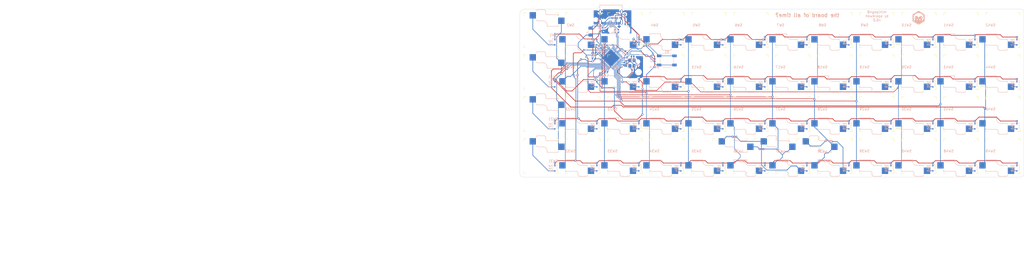
<source format=kicad_pcb>
(kicad_pcb (version 20211014) (generator pcbnew)
  (layers (0 "F.Cu" signal) (31 "B.Cu" signal) (34 "B.Paste" user) (35 "F.Paste" user) (36 "B.SilkS" user "B.Silkscreen") (37 "F.SilkS" user "F.Silkscreen") (38 "B.Mask" user) (39 "F.Mask" user) (44 "Edge.Cuts" user))
  (net 0 "")
  (net 1 "GND")
  (net 2 "Net-(B1-Pad2)")
  (net 3 "Net-(C1-Pad2)")
  (net 4 "Net-(C2-Pad2)")
  (net 5 "Net-(C3-Pad1)")
  (net 6 "+5V")
  (net 7 "row1")
  (net 8 "Net-(D1-Pad2)")
  (net 9 "Net-(D2-Pad2)")
  (net 10 "Net-(D3-Pad2)")
  (net 11 "Net-(D4-Pad2)")
  (net 12 "Net-(D5-Pad2)")
  (net 13 "Net-(D6-Pad2)")
  (net 14 "Net-(D7-Pad2)")
  (net 15 "Net-(D8-Pad2)")
  (net 16 "Net-(D9-Pad2)")
  (net 17 "Net-(D10-Pad2)")
  (net 18 "row2")
  (net 19 "Net-(D11-Pad2)")
  (net 20 "Net-(D12-Pad2)")
  (net 21 "Net-(D13-Pad2)")
  (net 22 "Net-(D14-Pad2)")
  (net 23 "Net-(D15-Pad2)")
  (net 24 "Net-(D16-Pad2)")
  (net 25 "Net-(D17-Pad2)")
  (net 26 "Net-(D18-Pad2)")
  (net 27 "Net-(D19-Pad2)")
  (net 28 "Net-(D20-Pad2)")
  (net 29 "row3")
  (net 30 "Net-(D21-Pad2)")
  (net 31 "Net-(D22-Pad2)")
  (net 32 "Net-(D23-Pad2)")
  (net 33 "Net-(D24-Pad2)")
  (net 34 "Net-(D25-Pad2)")
  (net 35 "Net-(D26-Pad2)")
  (net 36 "Net-(D27-Pad2)")
  (net 37 "Net-(D28-Pad2)")
  (net 38 "Net-(D29-Pad2)")
  (net 39 "Net-(D30-Pad2)")
  (net 40 "row4")
  (net 41 "Net-(D31-Pad2)")
  (net 42 "Net-(D32-Pad2)")
  (net 43 "Net-(D33-Pad2)")
  (net 44 "Net-(D34-Pad2)")
  (net 45 "Net-(D35-Pad2)")
  (net 46 "Net-(D36-Pad2)")
  (net 47 "Net-(D38-Pad2)")
  (net 48 "Net-(D39-Pad2)")
  (net 49 "VBUS")
  (net 50 "Net-(J1-PadA5)")
  (net 51 "D+")
  (net 52 "D-")
  (net 54 "Net-(J1-PadB5)")
  (net 56 "Net-(R6-Pad1)")
  (net 57 "col1")
  (net 58 "col2")
  (net 59 "col3")
  (net 60 "col4")
  (net 61 "col5")
  (net 62 "col6")
  (net 63 "col7")
  (net 64 "col8")
  (net 65 "col9")
  (net 66 "col10")
  (net 67 "Net-(D40-Pad2)")
  (net 74 "col11")
  (net 78 "D_res+")
  (net 79 "D_res-")
  (net 80 "col12")
  (net 81 "Net-(D41-Pad2)")
  (net 82 "Net-(D42-Pad2)")
  (net 83 "Net-(D43-Pad2)")
  (net 84 "Net-(D44-Pad2)")
  (net 85 "Net-(D45-Pad2)")
  (net 86 "Net-(D46-Pad2)")
  (net 87 "Net-(D47-Pad2)")
  (net 88 "Net-(D48-Pad2)")
  (net 90 "Net-(D37-Pad2)")
  (footprint "keyswitches:Kailh_socket_PG1350" (layer "F.Cu") (at 150.874929 57.374973)
    (fp_text reference "SW25")
    (fp_text value "SW_Push")
  )
  (footprint "keyswitches:Kailh_socket_PG1350" (layer "F.Cu") (at 184.874913 40.374981)
    (fp_text reference "SW17")
    (fp_text value "SW_Push")
  )
  (footprint "keyswitches:Kailh_socket_PG1350" (layer "F.Cu") (at 116.874945 57.374973)
    (fp_text reference "SW23")
    (fp_text value "SW_Push")
  )
  (footprint "keyswitches:Kailh_socket_PG1350" (layer "F.Cu") (at 167.874921 57.374973)
    (fp_text reference "SW26")
    (fp_text value "SW_Push")
  )
  (footprint "keyswitches:Kailh_socket_PG1350" (layer "F.Cu") (at 116.874945 40.374981)
    (fp_text reference "SW13")
    (fp_text value "SW_Push")
  )
  (footprint "MountingHole:MountingHole_2.2mm_M2_ISO7380" (layer "F.Cu") (at 261.374877 48.874977)
    (fp_text reference "H4")
    (fp_text value "MountingHole")
  )
  (footprint "keyswitches:Kailh_socket_PG1350" (layer "F.Cu") (at 235.874889 40.374981)
    (fp_text reference "SW20")
    (fp_text value "SW_Push")
  )
  (footprint "keyswitches:Kailh_socket_PG1350" (layer "F.Cu") (at 167.874921 40.374981)
    (fp_text reference "SW16")
    (fp_text value "SW_Push")
  )
  (footprint "keyswitches:Kailh_socket_PG1350" (layer "F.Cu") (at 133.874937 23.374989)
    (fp_text reference "SW4")
    (fp_text value "SW_Push")
  )
  (footprint "keyswitches:Kailh_socket_PG1350" (layer "F.Cu") (at 82.874961 23.374989 180)
    (fp_text reference "SW1")
    (fp_text value "SW_Push")
  )
  (footprint "keyswitches:Kailh_socket_PG1350" (layer "F.Cu") (at 218.874897 57.374973)
    (fp_text reference "SW29")
    (fp_text value "SW_Push")
  )
  (footprint "keyswitches:Kailh_socket_PG1350" (layer "F.Cu") (at 150.874929 40.374981)
    (fp_text reference "SW15")
    (fp_text value "SW_Push")
  )
  (footprint "keyswitches:Kailh_socket_PG1350" (layer "F.Cu") (at 133.874937 74.374965)
    (fp_text reference "SW34")
    (fp_text value "SW_Push")
  )
  (footprint "keyswitches:Kailh_socket_PG1350" (layer "F.Cu") (at 167.874921 23.374989)
    (fp_text reference "SW6")
    (fp_text value "SW_Push")
  )
  (footprint "keyswitches:Kailh_socket_PG1350" (layer "F.Cu") (at 235.874889 23.374989)
    (fp_text reference "SW10")
    (fp_text value "SW_Push")
  )
  (footprint "keyswitches:Kailh_socket_PG1350" (layer "F.Cu") (at 269.874873 57.374973)
    (fp_text reference "SW46")
    (fp_text value "SW_Push")
  )
  (footprint "keyswitches:Kailh_socket_PG1350" (layer "F.Cu") (at 176.374917 74.374965 180)
    (fp_text reference "SW47")
    (fp_text value "SW_Push")
  )
  (footprint "keyswitches:Kailh_socket_PG1350" (layer "F.Cu") (at 116.874945 74.374965)
    (fp_text reference "SW33")
    (fp_text value "SW_Push")
  )
  (footprint "keyswitches:Kailh_socket_PG1350" (layer "F.Cu") (at 184.874913 57.374973)
    (fp_text reference "SW27")
    (fp_text value "SW_Push")
  )
  (footprint "keyswitches:Kailh_socket_PG1350" (layer "F.Cu") (at 193.374909 74.374965 180)
    (fp_text reference "SW51")
    (fp_text value "SW_Push")
  )
  (footprint "keyswitches:Kailh_socket_PG1350" (layer "F.Cu") (at 235.874889 57.374973)
    (fp_text reference "SW30")
    (fp_text value "SW_Push")
  )
  (footprint "keyswitches:Kailh_socket_PG1350" (layer "F.Cu") (at 269.874873 40.374981)
    (fp_text reference "SW44")
    (fp_text value "SW_Push")
  )
  (footprint "MountingHole:MountingHole_2.2mm_M2_ISO7380" (layer "F.Cu") (at 125.374941 65.874969)
    (fp_text reference "H5")
    (fp_text value "MountingHole")
  )
  (footprint "MountingHole:MountingHole_2.2mm_M2_ISO7380" (layer "F.Cu") (at 227.374893 31.874985)
    (fp_text reference "H2")
    (fp_text value "MountingHole")
  )
  (footprint "keyswitches:Kailh_socket_PG1350" (layer "F.Cu") (at 184.874913 23.374989)
    (fp_text reference "SW7")
    (fp_text value "SW_Push")
  )
  (footprint "keyswitches:Kailh_socket_PG1350" (layer "F.Cu") (at 218.874897 40.374981)
    (fp_text reference "SW19")
    (fp_text value "SW_Push")
  )
  (footprint "keyswitches:Kailh_socket_PG1350" (layer "F.Cu") (at 159.374925 74.374965 180)
    (fp_text reference "SW50")
    (fp_text value "SW_Push")
  )
  (footprint "keyswitches:Kailh_socket_PG1350" (layer "F.Cu") (at 235.874889 74.374965)
    (fp_text reference "SW40")
    (fp_text value "SW_Push")
  )
  (footprint "MountingHole:MountingHole_2.2mm_M2_ISO7380" (layer "F.Cu") (at 227.374893 65.874969)
    (fp_text reference "H6")
    (fp_text value "MountingHole")
  )
  (footprint "keyswitches:Kailh_socket_PG1350" (layer "F.Cu") (at 133.874937 57.374973)
    (fp_text reference "SW24")
    (fp_text value "SW_Push")
  )
  (footprint "keyswitches:Kailh_socket_PG1350" (layer "F.Cu") (at 269.874873 74.374965)
    (fp_text reference "SW49")
    (fp_text value "SW_Push")
  )
  (footprint "keyswitches:Kailh_socket_PG1350" (layer "F.Cu") (at 99.874953 74.374965)
    (fp_text reference "SW32")
    (fp_text value "SW_Push")
  )
  (footprint "keyswitches:Kailh_socket_PG1350" (layer "F.Cu") (at 150.874929 23.374989)
    (fp_text reference "SW5")
    (fp_text value "SW_Push")
  )
  (footprint "keyswitches:Kailh_socket_PG1350" (layer "F.Cu") (at 252.874881 74.374965)
    (fp_text reference "SW48")
    (fp_text value "SW_Push")
  )
  (footprint "keyswitches:Kailh_socket_PG1350" (layer "F.Cu") (at 82.874961 74.374965 180)
    (fp_text reference "SW31")
    (fp_text value "SW_Push")
  )
  (footprint "keyswitches:Kailh_socket_PG1350" (layer "F.Cu") (at 201.874905 74.374965)
    (fp_text reference "SW38")
    (fp_text value "SW_Push")
  )
  (footprint "keyswitches:Kailh_socket_PG1350" (layer "F.Cu") (at 150.874929 74.374965)
    (fp_text reference "SW35")
    (fp_text value "SW_Push")
  )
  (footprint "keyswitches:Kailh_socket_PG1350" (layer "F.Cu") (at 252.874881 57.374973)
    (fp_text reference "SW45")
    (fp_text value "SW_Push")
  )
  (footprint "keyswitches:Kailh_socket_PG1350" (layer "F.Cu") (at 201.874905 40.374981)
    (fp_text reference "SW18")
    (fp_text value "SW_Push")
  )
  (footprint "keyswitches:Kailh_socket_PG1350" (layer "F.Cu") (at 252.874881 23.374989)
    (fp_text reference "SW41")
    (fp_text value "SW_Push")
  )
  (footprint "keyswitches:Kailh_socket_PG1350" (layer "F.Cu") (at 116.874945 23.374989)
    (fp_text reference "SW3")
    (fp_text value "SW_Push")
  )
  (footprint "keyswitches:Kailh_socket_PG1350" (layer "F.Cu") (at 218.874897 23.374989)
    (fp_text reference "SW9")
    (fp_text value "SW_Push")
  )
  (footprint "keyswitches:Kailh_socket_PG1350" (layer "F.Cu") (at 133.874937 40.374981)
    (fp_text reference "SW14")
    (fp_text value "SW_Push")
  )
  (footprint "keyswitches:Kailh_socket_PG1350" (layer "F.Cu") (at 82.874961 57.374973 180)
    (fp_text reference "SW21")
    (fp_text value "SW_Push")
  )
  (footprint "keyswitches:Kailh_socket_PG1350" (layer "F.Cu") (at 99.874953 23.374989)
    (fp_text reference "SW2")
    (fp_text value "SW_Push")
  )
  (footprint "keyswitches:Kailh_socket_PG1350" (layer "F.Cu") (at 99.874953 40.374981)
    (fp_text reference "SW12")
    (fp_text value "SW_Push")
  )
  (footprint "keyswitches:Kailh_socket_PG1350" (layer "F.Cu") (at 167.874921 74.374965)
    (fp_text reference "SW36")
    (fp_text value "SW_Push")
  )
  (footprint "keyswitches:Kailh_socket_PG1350" (layer "F.Cu") (at 99.874953 57.374973)
    (fp_text reference "SW22")
    (fp_text value "SW_Push")
  )
  (footprint "keyswitches:Kailh_socket_PG1350" (layer "F.Cu") (at 252.874881 40.374981)
    (fp_text reference "SW43")
    (fp_text value "SW_Push")
  )
  (footprint "keyswitches:Kailh_socket_PG1350" (layer "F.Cu") (at 201.874905 57.374973)
    (fp_text reference "SW28")
    (fp_text value "SW_Push")
  )
  (footprint "MountingHole:MountingHole_2.2mm_M2_ISO7380" (layer "F.Cu") (at 91.374957 48.874977)
    (fp_text reference "H3")
    (fp_text value "MountingHole")
  )
  (footprint "keyswitches:Kailh_socket_PG1350" (layer "F.Cu") (at 184.874913 74.374965)
    (fp_text reference "SW37")
    (fp_text value "SW_Push")
  )
  (footprint "keyswitches:Kailh_socket_PG1350" (layer "F.Cu") (at 82.874961 40.374981 180)
    (fp_text reference "SW11")
    (fp_text value "SW_Push")
  )
  (footprint "keyswitches:Kailh_socket_PG1350" (layer "F.Cu") (at 218.874897 74.374965)
    (fp_text reference "SW39")
    (fp_text value "SW_Push")
  )
  (footprint "MountingHole:MountingHole_2.2mm_M2_ISO7380" (layer "F.Cu") (at 125.374941 31.874985)
    (fp_text reference "H1")
    (fp_text value "MountingHole")
  )
  (footprint "keyswitches:Kailh_socket_PG1350" (layer "F.Cu") (at 269.874873 23.374989)
    (fp_text reference "SW42")
    (fp_text value "SW_Push")
  )
  (footprint "keyswitches:Kailh_socket_PG1350" (layer "F.Cu") (at 201.874905 23.374989)
    (fp_text reference "SW8")
    (fp_text value "SW_Push")
  )
  (footprint "Diode_SMD:D_SOD-323" (layer "B.Cu") (at 156.541593 79.333296 -90)
    (fp_text reference "D35")
    (fp_text value "D_Small")
  )
  (footprint "Diode_SMD:D_SOD-323" (layer "B.Cu") (at 88.541625 79.333296 -90)
    (fp_text reference "D31")
    (fp_text value "D_Small")
  )
  (footprint "Diode_SMD:D_SOD-323" (layer "B.Cu") (at 241.541553 62.333304 -90)
    (fp_text reference "D30")
    (fp_text value "D_Small")
  )
  (footprint "Diode_SMD:D_SOD-323" (layer "B.Cu") (at 139.541601 79.333296 -90)
    (fp_text reference "D34")
    (fp_text value "D_Small")
  )
  (footprint "Capacitor_SMD:C_0402_1005Metric" (layer "B.Cu") (at 105.5 32.75 135)
    (fp_text reference "C5")
    (fp_text value "0.1uF")
  )
  (footprint "Resistor_SMD:R_0402_1005Metric" (layer "B.Cu") (at 114.25 23.75 -90)
    (fp_text reference "R4")
    (fp_text value "22R")
  )
  (footprint "Diode_SMD:D_SOD-323" (layer "B.Cu") (at 88.541625 45.333312 -90)
    (fp_text reference "D11")
    (fp_text value "D_Small")
  )
  (footprint "Diode_SMD:D_SOD-323" (layer "B.Cu") (at 207.541569 28.33332 -90)
    (fp_text reference "D8")
    (fp_text value "D_Small")
  )
  (footprint "Diode_SMD:D_SOD-323" (layer "B.Cu") (at 275.541537 62.333304 -90)
    (fp_text reference "D46")
    (fp_text value "D_Small")
  )
  (footprint "Diode_SMD:D_SOD-323" (layer "B.Cu") (at 105.541617 62.333304 -90)
    (fp_text reference "D22")
    (fp_text value "D_Small")
  )
  (footprint "Diode_SMD:D_SOD-323" (layer "B.Cu") (at 139.541601 62.333304 -90)
    (fp_text reference "D24")
    (fp_text value "D_Small")
  )
  (footprint "Capacitor_SMD:C_0402_1005Metric" (layer "B.Cu") (at 117 36.2 45)
    (fp_text reference "C4")
    (fp_text value "0.1uF")
  )
  (footprint "Package_DFN_QFN:QFN-44-1EP_7x7mm_P0.5mm_EP5.2x5.2mm" (layer "B.Cu") (at 111.208281 34.708317 -135)
    (fp_text reference "U1")
    (fp_text value "ATmega32U4-M")
  )
  (footprint "Diode_SMD:D_SOD-323" (layer "B.Cu") (at 190.541577 62.333304 -90)
    (fp_text reference "D27")
    (fp_text value "D_Small")
  )
  (footprint "Diode_SMD:D_SOD-323" (layer "B.Cu") (at 275.541537 79.333296 -90)
    (fp_text reference "D48")
    (fp_text value "D_Small")
  )
  (footprint "Diode_SMD:D_SOD-323" (layer "B.Cu") (at 139.541601 28.33332 -90)
    (fp_text reference "D4")
    (fp_text value "D_Small")
  )
  (footprint "Diode_SMD:D_SOD-323" (layer "B.Cu") (at 258.541545 79.333296 -90)
    (fp_text reference "D47")
    (fp_text value "D_Small")
  )
  (footprint "Diode_SMD:D_SOD-323" (layer "B.Cu") (at 241.541553 79.333296 -90)
    (fp_text reference "D40")
    (fp_text value "D_Small")
  )
  (footprint "Diode_SMD:D_SOD-323" (layer "B.Cu") (at 224.541561 62.333304 -90)
    (fp_text reference "D29")
    (fp_text value "D_Small")
  )
  (footprint "Diode_SMD:D_SOD-323" (layer "B.Cu") (at 207.541569 62.333304 -90)
    (fp_text reference "D28")
    (fp_text value "D_Small")
  )
  (footprint "Diode_SMD:D_SOD-323" (layer "B.Cu") (at 122.541609 79.333296 -90)
    (fp_text reference "D33")
    (fp_text value "D_Small")
  )
  (footprint "Diode_SMD:D_SOD-323" (layer "B.Cu") (at 156.541593 45.333312 -90)
    (fp_text reference "D15")
    (fp_text value "D_Small")
  )
  (footprint "Diode_SMD:D_SOD-323" (layer "B.Cu") (at 224.541561 28.33332 -90)
    (fp_text reference "D9")
    (fp_text value "D_Small")
  )
  (footprint "Diode_SMD:D_SOD-323" (layer "B.Cu") (at 88.541625 62.333304 -90)
    (fp_text reference "D21")
    (fp_text value "D_Small")
  )
  (footprint "Capacitor_SMD:C_0402_1005Metric" (layer "B.Cu") (at 120 34)
    (fp_text reference "C2")
    (fp_text value "22pF")
  )
  (footprint "Crystal:Crystal_SMD_3225-4Pin_3.2x2.5mm" (layer "B.Cu") (at 119.75 36.75 90)
    (fp_text reference "Y1")
    (fp_text value "16MHz")
  )
  (footprint "Diode_SMD:D_SOD-323" (layer "B.Cu") (at 275.541537 28.33332 -90)
    (fp_text reference "D42")
    (fp_text value "D_Small")
  )
  (footprint "Diode_SMD:D_SOD-323" (layer "B.Cu") (at 105.541617 79.333296 -90)
    (fp_text reference "D32")
    (fp_text value "D_Small")
  )
  (footprint "Resistor_SMD:R_0402_1005Metric" (layer "B.Cu") (at 113 23.75 -90)
    (fp_text reference "R5")
    (fp_text value "22R")
  )
  (footprint "Diode_SMD:D_SOD-323" (layer "B.Cu") (at 224.541561 45.333312 -90)
    (fp_text reference "D19")
    (fp_text value "D_Small")
  )
  (footprint "Diode_SMD:D_SOD-323" (layer "B.Cu") (at 258.541545 28.33332 -90)
    (fp_text reference "D41")
    (fp_text value "D_Small")
  )
  (footprint "Diode_SMD:D_SOD-323" (layer "B.Cu") (at 241.541553 28.33332 -90)
    (fp_text reference "D10")
    (fp_text value "D_Small")
  )
  (footprint "Diode_SMD:D_SOD-323" (layer "B.Cu") (at 139.541601 45.333312 -90)
    (fp_text reference "D14")
    (fp_text value "D_Small")
  )
  (footprint "Diode_SMD:D_SOD-323" (layer "B.Cu") (at 173.541585 28.33332 -90)
    (fp_text reference "D6")
    (fp_text value "D_Small")
  )
  (footprint "Capacitor_SMD:C_0402_1005Metric" (layer "B.Cu") (at 109.35 29.875 -135)
    (fp_text reference "C7")
    (fp_text value "10uF")
  )
  (footprint "Diode_SMD:D_SOD-323" (layer "B.Cu") (at 258.541545 45.333312 -90)
    (fp_text reference "D43")
    (fp_text value "D_Small")
  )
  (footprint "Diode_SMD:D_SOD-323" (layer "B.Cu") (at 207.541569 45.333312 -90)
    (fp_text reference "D18")
    (fp_text value "D_Small")
  )
  (footprint "Resistor_SMD:R_0402_1005Metric" (layer "B.Cu") (at 104.25 35 180)
    (fp_text reference "R6")
    (fp_text value "10k")
  )
  (footprint "Diode_SMD:D_SOD-323" (layer "B.Cu") (at 173.541585 45.333312 -90)
    (fp_text reference "D16")
    (fp_text value "D_Small")
  )
  (footprint "Diode_SMD:D_SOD-323" (layer "B.Cu") (at 258.541545 62.333304 -90)
    (fp_text reference "D45")
    (fp_text value "D_Small")
  )
  (footprint "Diode_SMD:D_SOD-323" (layer "B.Cu") (at 122.541609 45.333312 -90)
    (fp_text reference "D13")
    (fp_text value "D_Small")
  )
  (footprint "Diode_SMD:D_SOD-323" (layer "B.Cu") (at 156.541593 62.333304 -90)
    (fp_text reference "D25")
    (fp_text value "D_Small")
  )
  (footprint "Button_Switch_SMD:SW_SPST_SKQG_WithoutStem" (layer "B.Cu") (at 133.84 35.67 180)
    (fp_text reference "B1")
    (fp_text value "SW_Push")
  )
  (footprint "Diode_SMD:D_SOD-323" (layer "B.Cu") (at 173.541585 62.333304 -90)
    (fp_text reference "D26")
    (fp_text value "D_Small")
  )
  (footprint "Diode_SMD:D_SOD-323" (layer "B.Cu") (at 88.541625 28.33332 -90)
    (fp_text reference "D1")
    (fp_text value "D_Small")
  )
  (footprint "Diode_SMD:D_SOD-323" (layer "B.Cu") (at 122.541609 28.33332 -90)
    (fp_text reference "D3")
    (fp_text value "D_Small")
  )
  (footprint "Diode_SMD:D_SOD-323" (layer "B.Cu") (at 275.541537 45.333312 -90)
    (fp_text reference "D44")
    (fp_text value "D_Small")
  )
  (footprint "Capacitor_SMD:C_0402_1005Metric" (layer "B.Cu") (at 109.311615 40.374981)
    (fp_text reference "C6")
    (fp_text value "0.1uF")
  )
  (footprint "Diode_SMD:D_SOD-323" (layer "B.Cu") (at 190.541577 28.33332 -90)
    (fp_text reference "D7")
    (fp_text value "D_Small")
  )
  (footprint "Resistor_SMD:R_0402_1005Metric" (layer "B.Cu") (at 117.5 21)
    (fp_text reference "R3")
    (fp_text value "5k1")
  )
  (footprint "Diode_SMD:D_SOD-323" (layer "B.Cu") (at 122.541609 62.333304 -90)
    (fp_text reference "D23")
    (fp_text value "D_Small")
  )
  (footprint "Capacitor_SMD:C_0402_1005Metric" (layer "B.Cu") (at 120.25 39.5 180)
    (fp_text reference "C1")
    (fp_text value "22pF")
  )
  (footprint "Diode_SMD:D_SOD-323" (layer "B.Cu") (at 190.541577 45.333312 -90)
    (fp_text reference "D17")
    (fp_text value "D_Small")
  )
  (footprint "Connector_USB:USB_C_Receptacle_XKB_U262-16XN-4BVC11" (layer "B.Cu") (at 111.208281 16.999992)
    (fp_text reference "J1")
    (fp_text value "USB_C_Receptacle_USB2.0")
  )
  (footprint "Diode_SMD:D_SOD-323" (layer "B.Cu") (at 105.541617 45.333312 -90)
    (fp_text reference "D12")
    (fp_text value "D_Small")
  )
  (footprint "Diode_SMD:D_SOD-323" (layer "B.Cu") (at 156.541593 28.33332 -90)
    (fp_text reference "D5")
    (fp_text value "D_Small")
  )
  (footprint "Diode_SMD:D_SOD-323" (layer "B.Cu") (at 190.541577 79.333296 -90)
    (fp_text reference "D37")
    (fp_text value "D_Small")
  )
  (footprint "Diode_SMD:D_SOD-323" (layer "B.Cu") (at 173.541585 79.333296 -90)
    (fp_text reference "D36")
    (fp_text value "D_Small")
  )
  (footprint "Fuse:Fuse_1206_3216Metric" (layer "B.Cu") (at 103 24 -90)
    (fp_text reference "F1")
    (fp_text value "500mA")
  )
  (footprint "Capacitor_SMD:C_0402_1005Metric" (layer "B.Cu") (at 117.48 32.32 -45)
    (fp_text reference "C3")
    (fp_text value "1uF")
  )
  (footprint "Resistor_SMD:R_0402_1005Metric" (layer "B.Cu") (at 107.75 22.99 -90)
    (fp_text reference "R2")
    (fp_text value "5k1")
  )
  (footprint "Diode_SMD:D_SOD-323" (layer "B.Cu") (at 224.541561 79.333296 -90)
    (fp_text reference "D39")
    (fp_text value "D_Small")
  )
  (footprint "Resistor_SMD:R_0402_1005Metric" (layer "B.Cu") (at 128.95 35.61 -90)
    (fp_text reference "R1")
    (fp_text value "10k")
  )
  (footprint "Diode_SMD:D_SOD-323" (layer "B.Cu") (at 241.541553 45.333312 -90)
    (fp_text reference "D20")
    (fp_text value "D_Small")
  )
  (footprint "Diode_SMD:D_SOD-323" (layer "B.Cu") (at 207.541569 79.333296 -90)
    (fp_text reference "D38")
    (fp_text value "D_Small")
  )
  (footprint "Diode_SMD:D_SOD-323" (layer "B.Cu") (at 105.541617 28.33332 -90)
    (fp_text reference "D2")
    (fp_text value "D_Small")
  )
  (gr_poly (pts (xy 233.306318 17.015829) (xy 233.306317 19.822745) (xy 235.737177 21.226202) (xy 238.168034 19.822746) (xy 238.168035 18.462864) (xy 237.75968 18.462864) (xy 237.757834 18.55001) (xy 237.752344 18.636217) (xy 237.743285 18.721413) (xy 237.730732 18.805521) (xy 237.714759 18.888467) (xy 237.695442 18.970177) (xy 237.672854 19.050576) (xy 237.647071 19.129589) (xy 237.618168 19.207141) (xy 237.586218 19.283159) (xy 237.551296 19.357567) (xy 237.513478 19.43029) (xy 237.472838 19.501254) (xy 237.42945 19.570385) (xy 237.383389 19.637607) (xy 237.33473 19.702846) (xy 237.32785 19.655188) (xy 237.319589 19.60799) (xy 237.309966 19.561272) (xy 237.299004 19.515056) (xy 237.286724 19.469363) (xy 237.273148 19.424214) (xy 237.258296 19.379631) (xy 237.24219 19.335635) (xy 237.224852 19.292248) (xy 237.206302 19.24949) (xy 237.186561 19.207382) (xy 237.165652 19.165948) (xy 237.157069 19.150093) (xy 236.665217 19.150093) (xy 236.665123 19.153913) (xy 236.664843 19.157685) (xy 236.664382 19.161404) (xy 236.663745 19.165066) (xy 236.662935 19.168666) (xy 236.661957 19.172199) (xy 236.660816 19.175662) (xy 236.659516 19.179049) (xy 236.658062 19.182357) (xy 236.656457 19.185581) (xy 236.654707 19.188716) (xy 236.652816 19.191758) (xy 236.650788 19.194703) (xy 236.648628 19.197545) (xy 236.64634 19.200282) (xy 236.643929 19.202908) (xy 236.641399 19.205418) (xy 236.638754 19.207809) (xy 236.636 19.210076) (xy 236.63314 19.212214) (xy 236.630178 19.214219) (xy 236.62712 19.216087) (xy 236.62397 19.217813) (xy 236.620732 19.219392) (xy 236.61741 19.220821) (xy 236.61401 19.222094) (xy 236.610535 19.223208) (xy 236.60699 19.224158) (xy 236.60338 19.224939) (xy 236.599708 19.225548) (xy 236.59598 19.225978) (xy 236.5922 19.226227) (xy 236.5922 19.226293) (xy 236.350347 19.226293) (xy 236.350347 19.468144) (xy 236.350283 19.468144) (xy 236.350034 19.471925) (xy 236.349603 19.475653) (xy 236.348995 19.479325) (xy 236.348213 19.482935) (xy 236.347264 19.48648) (xy 236.34615 19.489955) (xy 236.344876 19.493355) (xy 236.343447 19.496677) (xy 236.341868 19.499915) (xy 236.340142 19.503065) (xy 236.338274 19.506123) (xy 236.336269 19.509085) (xy 236.334131 19.511945) (xy 236.331864 19.514699) (xy 236.329473 19.517344) (xy 236.326963 19.519874) (xy 236.324337 19.522285) (xy 236.3216 19.524573) (xy 236.318758 19.526733) (xy 236.315813 19.528761) (xy 236.312771 19.530652) (xy 236.309636 19.532402) (xy 236.306412 19.534007) (xy 236.303104 19.535461) (xy 236.299717 19.536761) (xy 236.296254 19.537902) (xy 236.292721 19.53888) (xy 236.289121 19.53969) (xy 236.285459 19.540327) (xy 236.28174 19.540788) (xy 236.277968 19.541068) (xy 236.274147 19.541162) (xy 236.270327 19.541068) (xy 236.266555 19.540788) (xy 236.262836 19.540327) (xy 236.259174 19.53969) (xy 236.255575 19.53888) (xy 236.252041 19.537902) (xy 236.248579 19.536761) (xy 236.245191 19.535461) (xy 236.241884 19.534007) (xy 236.23866 19.532402) (xy 236.235525 19.530652) (xy 236.232483 19.528761) (xy 236.229538 19.526733) (xy 236.226696 19.524573) (xy 236.223959 19.522285) (xy 236.221333 19.519874) (xy 236.218823 19.517344) (xy 236.216432 19.514699) (xy 236.214165 19.511945) (xy 236.212027 19.509085) (xy 236.210022 19.506123) (xy 236.208154 19.503065) (xy 236.206429 19.499915) (xy 236.204849 19.496677) (xy 236.20342 19.493355) (xy 236.202147 19.489955) (xy 236.201033 19.48648) (xy 236.200083 19.482935) (xy 236.199302 19.479325) (xy 236.198693 19.475653) (xy 236.198263 19.471925) (xy 236.198014 19.468144) (xy 236.197948 19.468144) (xy 236.197948 19.374223) (xy 235.499025 19.374223) (xy 235.498874 19.377784) (xy 235.498556 19.381337) (xy 235.498074 19.384875) (xy 235.497425 19.388391) (xy 235.496611 19.391879) (xy 235.495632 19.395333) (xy 235.494487 19.398747) (xy 235.493177 19.402115) (xy 235.4917 19.405429) (xy 235.490059 19.408684) (xy 235.488252 19.411874) (xy 235.486279 19.414992) (xy 235.484141 19.418032) (xy 235.481837 19.420988) (xy 235.479367 19.423853) (xy 235.476732 19.426622) (xy 235.473964 19.429256) (xy 235.471099 19.431726) (xy 235.468143 19.43403) (xy 235.465103 19.436168) (xy 235.461985 19.438141) (xy 235.458795 19.439948) (xy 235.45554 19.441589) (xy 235.452225 19.443065) (xy 235.448858 19.444376) (xy 235.445444 19.445521) (xy 235.44199 19.4465) (xy 235.438501 19.447314) (xy 235.434985 19.447962) (xy 235.431448 19.448445) (xy 235.427895 19.448762) (xy 235.424333 19.448914) (xy 235.420769 19.4489) (xy 235.417209 19.44872) (xy 235.413658 19.448375) (xy 235.410124 19.447865) (xy 235.406612 19.447189) (xy 235.403129 19.446347) (xy 235.399681 19.44534) (xy 235.396274 19.444167) (xy 235.392915 19.442829) (xy 235.38961 19.441325) (xy 235.386366 19.439655) (xy 235.383187 19.43782) (xy 235.380082 19.43582) (xy 235.377056 19.433654) (xy 235.374115 19.431322) (xy 235.371266 19.428825) (xy 235.371254 19.428836) (xy 235.371242 19.428848) (xy 235.37122 19.428871) (xy 235.200204 19.257856) (xy 235.031439 19.426622) (xy 235.029189 19.428871) (xy 235.029177 19.42886) (xy 235.029166 19.428848) (xy 235.029154 19.428836) (xy 235.029149 19.42883) (xy 235.029143 19.428825) (xy 235.026294 19.431322) (xy 235.023353 19.433654) (xy 235.020326 19.43582) (xy 235.017221 19.43782) (xy 235.014043 19.439655) (xy 235.010798 19.441325) (xy 235.007493 19.442829) (xy 235.004134 19.444167) (xy 235.000727 19.44534) (xy 234.997279 19.446347) (xy 234.993796 19.447189) (xy 234.990284 19.447865) (xy 234.98675 19.448375) (xy 234.983199 19.44872) (xy 234.979639 19.4489) (xy 234.976074 19.448914) (xy 234.972513 19.448762) (xy 234.96896 19.448445) (xy 234.965422 19.447962) (xy 234.961906 19.447314) (xy 234.958418 19.4465) (xy 234.954964 19.445521) (xy 234.95155 19.444376) (xy 234.948182 19.443065) (xy 234.944868 19.441589) (xy 234.941613 19.439948) (xy 234.938423 19.438141) (xy 234.935305 19.436168) (xy 234.932265 19.43403) (xy 234.929309 19.431726) (xy 234.926444 19.429256) (xy 234.923676 19.426622) (xy 234.921041 19.423853) (xy 234.918571 19.420988) (xy 234.916268 19.418032) (xy 234.914129 19.414992) (xy 234.912157 19.411874) (xy 234.910349 19.408684) (xy 234.908708 19.405429) (xy 234.907232 19.402115) (xy 234.905921 19.398747) (xy 234.904776 19.395333) (xy 234.903797 19.391879) (xy 234.902983 19.388391) (xy 234.902335 19.384875) (xy 234.901852 19.381337) (xy 234.901535 19.377784) (xy 234.901383 19.374223) (xy 234.901397 19.370659) (xy 234.901577 19.367098) (xy 234.901922 19.363547) (xy 234.902432 19.360013) (xy 234.903108 19.356501) (xy 234.90395 19.353018) (xy 234.904957 19.34957) (xy 234.90613 19.346164) (xy 234.907468 19.342805) (xy 234.908972 19.3395) (xy 234.910642 19.336255) (xy 234.912477 19.333077) (xy 234.914477 19.329971) (xy 234.916643 19.326945) (xy 234.918975 19.324004) (xy 234.921472 19.321155) (xy 234.921426 19.321108) (xy 234.923676 19.318858) (xy 235.092442 19.150093) (xy 234.923676 18.981328) (xy 234.921426 18.979078) (xy 234.921437 18.979066) (xy 234.921449 18.979055) (xy 234.921461 18.979043) (xy 234.921472 18.979032) (xy 234.918975 18.976182) (xy 234.916643 18.973241) (xy 234.914477 18.970215) (xy 234.912477 18.96711) (xy 234.910642 18.963932) (xy 234.908972 18.960687) (xy 234.907468 18.957382) (xy 234.90613 18.954023) (xy 234.904957 18.950616) (xy 234.90395 18.947168) (xy 234.903108 18.943685) (xy 234.902432 18.940174) (xy 234.901922 18.936639) (xy 234.901577 18.933089) (xy 234.901397 18.929528) (xy 234.901383 18.925964) (xy 234.901535 18.922402) (xy 234.901852 18.918849) (xy 234.902335 18.915312) (xy 234.902983 18.911796) (xy 234.903797 18.908307) (xy 234.904776 18.904853) (xy 234.905921 18.901439) (xy 234.907232 18.898072) (xy 234.908708 18.894757) (xy 234.910349 18.891502) (xy 234.912157 18.888312) (xy 234.914129 18.885194) (xy 234.916268 18.882154) (xy 234.918571 18.879198) (xy 234.921041 18.876333) (xy 234.923676 18.873565) (xy 234.926444 18.87093) (xy 234.929309 18.868461) (xy 234.932265 18.866157) (xy 234.935305 18.864018) (xy 234.938423 18.862046) (xy 234.941613 18.860238) (xy 234.944868 18.858597) (xy 234.948183 18.857121) (xy 234.95155 18.85581) (xy 234.954964 18.854665) (xy 234.958418 18.853686) (xy 234.961907 18.852872) (xy 234.965423 18.852224) (xy 234.96896 18.851741) (xy 234.972513 18.851424) (xy 234.976075 18.851272) (xy 234.979639 18.851286) (xy 234.983199 18.851465) (xy 234.98675 18.85181) (xy 234.990284 18.852321) (xy 234.993796 18.852997) (xy 234.997279 18.853839) (xy 235.000727 18.854846) (xy 235.004134 18.856019) (xy 235.007493 18.857357) (xy 235.010798 18.858861) (xy 235.014043 18.86053) (xy 235.017221 18.862365) (xy 235.020326 18.864366) (xy 235.023353 18.866532) (xy 235.026294 18.868864) (xy 235.029143 18.871361) (xy 235.029166 18.871338) (xy 235.029172 18.871332) (xy 235.029178 18.871326) (xy 235.029184 18.87132) (xy 235.02919 18.871314) (xy 235.031372 18.873498) (xy 235.031389 18.873515) (xy 235.031405 18.873532) (xy 235.031438 18.873565) (xy 235.200204 19.04233) (xy 235.368969 18.873564) (xy 235.37122 18.871314) (xy 235.371266 18.871361) (xy 235.374115 18.868864) (xy 235.377056 18.866532) (xy 235.380082 18.864366) (xy 235.383187 18.862365) (xy 235.386366 18.86053) (xy 235.38961 18.858861) (xy 235.392915 18.857357) (xy 235.396274 18.856019) (xy 235.399681 18.854846) (xy 235.403129 18.853839) (xy 235.406612 18.852997) (xy 235.410124 18.852321) (xy 235.413658 18.85181) (xy 235.417209 18.851465) (xy 235.420769 18.851286) (xy 235.424333 18.851272) (xy 235.427895 18.851423) (xy 235.431448 18.851741) (xy 235.434985 18.852223) (xy 235.438501 18.852872) (xy 235.44199 18.853685) (xy 235.445444 18.854665) (xy 235.448858 18.85581) (xy 235.452225 18.85712) (xy 235.45554 18.858596) (xy 235.458795 18.860238) (xy 235.461985 18.862045) (xy 235.465103 18.864018) (xy 235.468143 18.866156) (xy 235.471099 18.86846) (xy 235.473964 18.870929) (xy 235.476732 18.873564) (xy 235.479367 18.876333) (xy 235.481837 18.879198) (xy 235.484141 18.882154) (xy 235.486279 18.885194) (xy 235.488252 18.888312) (xy 235.490059 18.891502) (xy 235.4917 18.894757) (xy 235.493177 18.898071) (xy 235.494487 18.901439) (xy 235.495632 18.904853) (xy 235.496611 18.908307) (xy 235.497425 18.911795) (xy 235.498074 18.915311) (xy 235.498556 18.918849) (xy 235.498874 18.922402) (xy 235.499025 18.925963) (xy 235.499011 18.929528) (xy 235.498832 18.933088) (xy 235.498487 18.936639) (xy 235.497976 18.940173) (xy 235.4973 18.943685) (xy 235.496458 18.947168) (xy 235.495451 18.950616) (xy 235.494278 18.954023) (xy 235.49294 18.957382) (xy 235.491436 18.960687) (xy 235.489767 18.963931) (xy 235.487932 18.96711) (xy 235.485931 18.970215) (xy 235.483765 18.973241) (xy 235.481434 18.976182) (xy 235.478936 18.979032) (xy 235.478982 18.979078) (xy 235.476732 18.981327) (xy 235.307967 19.150093) (xy 235.478982 19.321108) (xy 235.478936 19.321155) (xy 235.481434 19.324004) (xy 235.483765 19.326945) (xy 235.485931 19.329971) (xy 235.487932 19.333077) (xy 235.489767 19.336255) (xy 235.491436 19.3395) (xy 235.49294 19.342805) (xy 235.494278 19.346164) (xy 235.495451 19.34957) (xy 235.496458 19.353018) (xy 235.4973 19.356501) (xy 235.497976 19.360013) (xy 235.498487 19.363547) (xy 235.498832 19.367098) (xy 235.499011 19.370659) (xy 235.499025 19.374223) (xy 236.197948 19.374223) (xy 236.197948 19.226293) (xy 235.956096 19.226293) (xy 235.956096 19.226227) (xy 235.952315 19.225978) (xy 235.948587 19.225548) (xy 235.944916 19.224939) (xy 235.941305 19.224158) (xy 235.93776 19.223208) (xy 235.934286 19.222094) (xy 235.930885 19.220821) (xy 235.927564 19.219392) (xy 235.924326 19.217813) (xy 235.921175 19.216087) (xy 235.918117 19.214219) (xy 235.915156 19.212214) (xy 235.912296 19.210076) (xy 235.909541 19.207809) (xy 235.906897 19.205418) (xy 235.904366 19.202908) (xy 235.901955 19.200282) (xy 235.899667 19.197545) (xy 235.897507 19.194703) (xy 235.895479 19.191758) (xy 235.893588 19.188716) (xy 235.891838 19.185581) (xy 235.890234 19.182357) (xy 235.888779 19.179049) (xy 235.887479 19.175662) (xy 235.886338 19.172199) (xy 235.885361 19.168666) (xy 235.884551 19.165066) (xy 235.883913 19.161404) (xy 235.883452 19.157685) (xy 235.883172 19.153913) (xy 235.883078 19.150093) (xy 235.883172 19.146272) (xy 235.883452 19.1425) (xy 235.883913 19.138781) (xy 235.884551 19.135119) (xy 235.885361 19.131519) (xy 235.886338 19.127986) (xy 235.887479 19.124523) (xy 235.888779 19.121136) (xy 235.890234 19.117828) (xy 235.891838 19.114604) (xy 235.893588 19.111469) (xy 235.895479 19.108427) (xy 235.897507 19.105482) (xy 235.899667 19.10264) (xy 235.901955 19.099903) (xy 235.904366 19.097277) (xy 235.906897 19.094767) (xy 235.909541 19.092376) (xy 235.912296 19.090109) (xy 235.915156 19.087971) (xy 235.918117 19.085966) (xy 235.921175 19.084098) (xy 235.924326 19.082373) (xy 235.927564 19.080793) (xy 235.930885 19.079364) (xy 235.934286 19.078091) (xy 235.93776 19.076977) (xy 235.941305 19.076027) (xy 235.944916 19.075246) (xy 235.948587 19.074637) (xy 235.952315 19.074207) (xy 235.956096 19.073958) (xy 235.956096 19.073893) (xy 235.959184 19.073894) (xy 236.197948 19.073894) (xy 236.197948 18.832041) (xy 236.198013 18.832041) (xy 236.198262 18.82826) (xy 236.198693 18.824532) (xy 236.199301 18.82086) (xy 236.200082 18.81725) (xy 236.201032 18.813705) (xy 236.202146 18.81023) (xy 236.20342 18.80683) (xy 236.204848 18.803508) (xy 236.206428 18.80027) (xy 236.208154 18.79712) (xy 236.210022 18.794062) (xy 236.212027 18.791101) (xy 236.214165 18.78824) (xy 236.216432 18.785486) (xy 236.218823 18.782841) (xy 236.221333 18.780311) (xy 236.223959 18.7779) (xy 236.226695 18.775612) (xy 236.229538 18.773452) (xy 236.232483 18.771424) (xy 236.235525 18.769533) (xy 236.23866 18.767783) (xy 236.241884 18.766178) (xy 236.245191 18.764724) (xy 236.248579 18.763424) (xy 236.252041 18.762283) (xy 236.255575 18.761305) (xy 236.259174 18.760495) (xy 236.262836 18.759858) (xy 236.266555 18.759397) (xy 236.270327 18.759117) (xy 236.274147 18.759023) (xy 236.277968 18.759117) (xy 236.28174 18.759397) (xy 236.285459 18.759858) (xy 236.289121 18.760495) (xy 236.292721 18.761305) (xy 236.296254 18.762283) (xy 236.299717 18.763424) (xy 236.303104 18.764724) (xy 236.306412 18.766178) (xy 236.309636 18.767783) (xy 236.312771 18.769533) (xy 236.315813 18.771424) (xy 236.318758 18.773452) (xy 236.3216 18.775612) (xy 236.324337 18.7779) (xy 236.326963 18.780311) (xy 236.329473 18.782841) (xy 236.331864 18.785486) (xy 236.334131 18.78824) (xy 236.336269 18.791101) (xy 236.338274 18.794062) (xy 236.340142 18.79712) (xy 236.341868 18.80027) (xy 236.343447 18.803508) (xy 236.344876 18.80683) (xy 236.34615 18.81023) (xy 236.347264 18.813705) (xy 236.348213 18.81725) (xy 236.348995 18.82086) (xy 236.349603 18.824532) (xy 236.350034 18.82826) (xy 236.350283 18.832041) (xy 236.350347 18.832041) (xy 236.350347 19.073893) (xy 236.5922 19.073893) (xy 236.5922 19.073958) (xy 236.59598 19.074207) (xy 236.599708 19.074638) (xy 236.60338 19.075246) (xy 236.606991 19.076028) (xy 236.610535 19.076977) (xy 236.61401 19.078091) (xy 236.617411 19.079365) (xy 236.620732 19.080794) (xy 236.62397 19.082373) (xy 236.62712 19.084099) (xy 236.630179 19.085967) (xy 236.63314 19.087972) (xy 236.636 19.09011) (xy 236.638755 19.092377) (xy 236.641399 19.094768) (xy 236.643929 19.097278) (xy 236.646341 19.099904) (xy 236.648628 19.10264) (xy 236.650789 19.105483) (xy 236.652816 19.108428) (xy 236.654707 19.11147) (xy 236.656457 19.114605) (xy 236.658062 19.117828) (xy 236.659516 19.121136) (xy 236.660816 19.124524) (xy 236.661957 19.127986) (xy 236.662935 19.13152) (xy 236.663745 19.135119) (xy 236.664382 19.138781) (xy 236.664843 19.1425) (xy 236.665123 19.146272) (xy 236.665217 19.150093) (xy 237.157069 19.150093) (xy 237.143596 19.125206) (xy 237.120414 19.08518) (xy 237.096126 19.04589) (xy 237.070755 19.007357) (xy 237.102827 18.981743) (xy 237.133376 18.954384) (xy 237.162326 18.925354) (xy 237.189602 18.89473) (xy 237.215129 18.862586) (xy 237.238831 18.828997) (xy 237.260633 18.794039) (xy 237.28046 18.757788) (xy 237.298237 18.720318) (xy 237.313888 18.681705) (xy 237.327337 18.642025) (xy 237.33851 18.601352) (xy 237.347331 18.559761) (xy 237.353726 18.517329) (xy 237.357617 18.474131) (xy 237.358931 18.430241) (xy 237.358932 18.430241) (xy 237.357991 18.393099) (xy 237.355201 18.356443) (xy 237.350606 18.320317) (xy 237.344252 18.284768) (xy 237.336185 18.249841) (xy 237.326449 18.215581) (xy 237.315091 18.182035) (xy 237.302155 18.149246) (xy 237.287688 18.117262) (xy 237.271734 18.086127) (xy 237.25434 18.055887) (xy 237.235551 18.026588) (xy 237.215412 17.998274) (xy 237.193968 17.970992) (xy 237.171266 17.944786) (xy 237.147351 17.919703) (xy 237.122267 17.895787) (xy 237.096062 17.873085) (xy 237.068779 17.851642) (xy 237.040466 17.831503) (xy 237.011166 17.812713) (xy 236.980926 17.795319) (xy 236.949791 17.779366) (xy 236.917807 17.764898) (xy 236.885019 17.751963) (xy 236.851472 17.740605) (xy 236.817213 17.730869) (xy 236.782285 17.722801) (xy 236.746736 17.716447) (xy 236.710611 17.711852) (xy 236.673954 17.709062) (xy 236.636812 17.708122) (xy 236.60344 17.708881) (xy 236.570456 17.711135) (xy 236.537892 17.714851) (xy 236.505782 17.719997) (xy 236.474158 17.72654) (xy 236.443054 17.734446) (xy 236.412502 17.743683) (xy 236.382535 17.754218) (xy 236.353187 17.766018) (xy 236.32449 17.779049) (xy 236.296477 17.79328) (xy 236.269181 17.808677) (xy 236.242634 17.825207) (xy 236.216871 17.842837) (xy 236.191923 17.861535) (xy 236.167825 17.881267) (xy 236.144608 17.902) (xy 236.122305 17.923702) (xy 236.10095 17.946339) (xy 236.080575 17.969879) (xy 236.061214 17.994289) (xy 236.042899 18.019536) (xy 236.025664 18.045587) (xy 236.00954 18.072408) (xy 235.994562 18.099968) (xy 235.980761 18.128232) (xy 235.968172 18.157169) (xy 235.956826 18.186745) (xy 235.946757 18.216927) (xy 235.937998 18.247683) (xy 235.930582 18.278979) (xy 235.924541 18.310782) (xy 235.901441 18.308271) (xy 235.878245 18.306088) (xy 235.854954 18.304233) (xy 235.831572 18.302711) (xy 235.808101 18.301522) (xy 235.784543 18.300671) (xy 235.760901 18.300158) (xy 235.737176 18.299987) (xy 235.715052 18.300136) (xy 235.693 18.300582) (xy 235.671021 18.301322) (xy 235.649118 18.302356) (xy 235.627291 18.303681) (xy 235.605543 18.305296) (xy 235.583876 18.307197) (xy 235.562291 18.309384) (xy 235.556607 18.277141) (xy 235.549512 18.245406) (xy 235.54104 18.214211) (xy 235.531225 18.183592) (xy 235.5201 18.153581) (xy 235.5077 18.124213) (xy 235.494058 18.095522) (xy 235.479208 18.067541) (xy 235.463184 18.040305) (xy 235.44602 18.013846) (xy 235.42775 17.9882) (xy 235.408408 17.9634) (xy 235.388027 17.939479) (xy 235.366641 17.916472) (xy 235.344284 17.894412) (xy 235.320991 17.873334) (xy 235.296794 17.853271) (xy 235.271728 17.834257) (xy 235.245827 17.816326) (xy 235.219124 17.799511) (xy 235.191654 17.783848) (xy 235.163449 17.769368) (xy 235.134545 17.756107) (xy 235.104975 17.744098) (xy 235.074772 17.733375) (xy 235.043971 17.723972) (xy 235.012605 17.715923) (xy 234.980708 17.709261) (xy 234.948315 17.704021) (xy 234.915459 17.700236) (xy 234.882174 17.69794) (xy 234.848493 17.697167) (xy 234.811351 17.698108) (xy 234.774694 17.700898) (xy 234.738569 17.705493) (xy 234.70302 17.711847) (xy 234.668093 17.719914) (xy 234.633833 17.72965) (xy 234.600287 17.741009) (xy 234.567498 17.753944) (xy 234.535514 17.768411) (xy 234.504379 17.784365) (xy 234.474139 17.801759) (xy 234.44484 17.820548) (xy 234.416526 17.840687) (xy 234.389244 17.862131) (xy 234.363038 17.884833) (xy 234.337955 17.908748) (xy 234.314039 17.933832) (xy 234.291337 17.960037) (xy 234.269894 17.98732) (xy 234.249755 18.015633) (xy 234.230965 18.044933) (xy 234.213571 18.075173) (xy 234.197618 18.106308) (xy 234.18315 18.138292) (xy 234.170215 18.17108) (xy 234.158857 18.204627) (xy 234.149121 18.238886) (xy 234.141053 18.273814) (xy 234.134699 18.309363) (xy 234.130104 18.345488) (xy 234.127314 18.382145) (xy 234.126374 18.419287) (xy 234.127677 18.462989) (xy 234.131535 18.506005) (xy 234.137875 18.548263) (xy 234.146622 18.589687) (xy 234.157702 18.630203) (xy 234.171041 18.669736) (xy 234.186564 18.708214) (xy 234.204196 18.74556) (xy 234.223864 18.7817) (xy 234.245493 18.816561) (xy 234.269009 18.850068) (xy 234.294337 18.882147) (xy 234.321403 18.912723) (xy 234.350133 18.941722) (xy 234.380452 18.969069) (xy 234.412286 18.994691) (xy 234.386035 19.033772) (xy 234.360905 19.073649) (xy 234.336921 19.1143) (xy 234.314104 19.155702) (xy 234.292477 19.197832) (xy 234.272063 19.240668) (xy 234.252885 19.284186) (xy 234.234965 19.328365) (xy 234.218325 19.373182) (xy 234.20299 19.418613) (xy 234.188981 19.464637) (xy 234.17632 19.511231) (xy 234.165031 19.558371) (xy 234.155137 19.606035) (xy 234.146659 19.654201) (xy 234.139621 19.702846) (xy 234.090962 19.637607) (xy 234.044902 19.570385) (xy 234.001514 19.501255) (xy 233.960873 19.43029) (xy 233.923055 19.357567) (xy 233.888134 19.283159) (xy 233.856184 19.207142) (xy 233.82728 19.129589) (xy 233.801497 19.050576) (xy 233.778909 18.970177) (xy 233.759592 18.888467) (xy 233.743619 18.805521) (xy 233.731066 18.721413) (xy 233.722008 18.636217) (xy 233.716517 18.55001) (xy 233.714671 18.462864) (xy 233.717304 18.358837) (xy 233.725119 18.25617) (xy 233.737988 18.154989) (xy 233.755785 18.055424) (xy 233.77838 17.957601) (xy 233.805648 17.861647) (xy 233.83746 17.76769) (xy 233.87369 17.675857) (xy 233.91421 17.586275) (xy 233.958892 17.499073) (xy 234.00761 17.414377) (xy 234.060235 17.332315) (xy 234.11664 17.253014) (xy 234.176699 17.176602) (xy 234.240283 17.103206) (xy 234.307265 17.032953) (xy 234.377518 16.965971) (xy 234.450914 16.902387) (xy 234.527326 16.842329) (xy 234.606627 16.785923) (xy 234.688689 16.733298) (xy 234.773385 16.684581) (xy 234.860587 16.639898) (xy 234.950168 16.599379) (xy 235.042001 16.563149) (xy 235.135958 16.531336) (xy 235.231912 16.504069) (xy 235.329736 16.481473) (xy 235.429301 16.463677) (xy 235.530481 16.450808) (xy 235.633148 16.442993) (xy 235.737176 16.440359) (xy 235.841203 16.442993) (xy 235.94387 16.450808) (xy 236.04505 16.463677) (xy 236.144615 16.481473) (xy 236.242439 16.504069) (xy 236.338393 16.531336) (xy 236.43235 16.563149) (xy 236.524183 16.599379) (xy 236.613764 16.639898) (xy 236.700966 16.684581) (xy 236.785662 16.733298) (xy 236.867724 16.785923) (xy 236.947025 16.842329) (xy 237.023437 16.902387) (xy 237.096833 16.965971) (xy 237.167086 17.032953) (xy 237.234068 17.103206) (xy 237.297652 17.176602) (xy 237.357711 17.253014) (xy 237.414116 17.332315) (xy 237.466741 17.414377) (xy 237.515459 17.499073) (xy 237.560141 17.586275) (xy 237.600661 17.675857) (xy 237.636891 17.76769) (xy 237.668703 17.861647) (xy 237.695971 17.957601) (xy 237.718567 18.055424) (xy 237.736363 18.154989) (xy 237.749232 18.25617) (xy 237.757047 18.358837) (xy 237.75968 18.462864) (xy 238.168035 18.462864) (xy 238.168035 17.01583) (xy 235.737175 15.612374)) (layer "B.SilkS") (width 0.0045) (fill solid))
  (gr_arc (start 74.374965 16.999984) (mid 74.997363 15.497375) (end 76.499964 14.874985) (layer "Edge.Cuts") (width 0.1))
  (gr_line (start 115.458279 13.458327) (end 116.520778 14.874993) (layer "Edge.Cuts") (width 0.1))
  (gr_line (start 105.895783 14.874993) (end 105.541617 14.874993) (layer "Edge.Cuts") (width 0.1))
  (gr_line (start 74.375032 81.458295) (end 74.375032 16.999992) (layer "Edge.Cuts") (width 0.1))
  (gr_line (start 278.374869 81.458295) (end 278.374869 16.291659) (layer "Edge.Cuts") (width 0.1))
  (gr_line (start 76.499964 14.874985) (end 105.541617 14.874993) (layer "Edge.Cuts") (width 0.1))
  (gr_arc (start 276.958222 14.874952) (mid 277.959958 15.289888) (end 278.374888 16.291618) (layer "Edge.Cuts") (width 0.1))
  (gr_line (start 276.958222 14.874952) (end 116.874945 14.874993) (layer "Edge.Cuts") (width 0.1))
  (gr_line (start 116.874945 14.874993) (end 116.520778 14.874993) (layer "Edge.Cuts") (width 0.1))
  (gr_line (start 75.791698 82.874961) (end 276.958203 82.874961) (layer "Edge.Cuts") (width 0.1))
  (gr_line (start 105.895783 14.874993) (end 106.958283 13.458327) (layer "Edge.Cuts") (width 0.1))
  (gr_line (start 106.958283 13.458327) (end 115.458279 13.458327) (layer "Edge.Cuts") (width 0.1))
  (gr_arc (start 75.791698 82.874961) (mid 74.789946 82.46004) (end 74.375032 81.458295) (layer "Edge.Cuts") (width 0.1))
  (gr_arc (start 278.374869 81.458295) (mid 277.959936 82.460028) (end 276.958203 82.874961) (layer "Edge.Cuts") (width 0.1))
  (gr_text "minipeg48\nby sporewoh\nv0.0" (at 218.874897 17.708325) (layer "B.SilkS") (effects (font (size 1 1)) (justify mirror)))
  (gr_text "the board of all time?" (at 190.72 17.37) (layer "B.SilkS") (effects (font (size 1.5 1.5) (thickness 0.3)) (justify mirror)))
  (segment (start 103.8 32.8755) (end 103.9 32.7755) (width 0.2) (layer "F.Cu") (net 1))
  (segment (start 103.8 34.2245) (end 103.8 32.8755) (width 0.2) (layer "F.Cu") (net 1))
  (segment (start 106.76 24.22) (end 106.888281 24.091719) (width 0.25) (layer "F.Cu") (net 1))
  (segment (start 106.888281 15.924992) (end 115.528281 15.924992) (width 0.25) (layer "F.Cu") (net 1))
  (segment (start 106.250934 25.669011) (end 106.250934 24.729066) (width 0.25) (layer "F.Cu") (net 1))
  (segment (start 124.666608 29.749986) (end 126.791607 29.749986) (width 0.2) (layer "F.Cu") (net 1))
  (segment (start 106.250934 25.669011) (end 103.9 28.019945) (width 0.25) (layer "F.Cu") (net 1))
  (segment (start 106.888281 24.091719) (end 106.888281 20.104992) (width 0.25) (layer "F.Cu") (net 1))
  (segment (start 106.250934 24.729066) (end 106.76 24.22) (width 0.25) (layer "F.Cu") (net 1))
  (segment (start 115.528281 15.924992) (end 115.528281 20.104992) (width 0.25) (layer "F.Cu") (net 1))
  (segment (start 103.9 28.019945) (end 103.9 32.7755) (width 0.25) (layer "F.Cu") (net 1))
  (via (at 103.8 34.2245) (size 0.8) (drill 0.4) (layers "F.Cu" "B.Cu") (net 1))
  (via (at 126.791607 29.749986) (size 0.8) (drill 0.4) (layers "F.Cu" "B.Cu") (net 1))
  (via (at 106.76 24.22) (size 0.8) (drill 0.4) (layers "F.Cu" "B.Cu") (net 1))
  (via (at 103.9 32.7755) (size 0.8) (drill 0.4) (layers "F.Cu" "B.Cu") (net 1))
  (via (at 124.666608 29.749986) (size 0.8) (drill 0.4) (layers "F.Cu" "B.Cu") (net 1))
  (segment (start 110.262526 30.934135) (end 109.617802 30.289411) (width 0.25) (layer "B.Cu") (net 1))
  (segment (start 105.171178 32.4) (end 106.178282 32.4) (width 0.2) (layer "B.Cu") (net 1))
  (segment (start 105.160589 32.410589) (end 105.171178 32.4) (width 0.2) (layer "B.Cu") (net 1))
  (segment (start 111.029615 37.299615) (end 106.250934 32.520934) (width 0.25) (layer "B.Cu") (net 1))
  (segment (start 118.9 35.75) (end 120.6 37.45) (width 0.25) (layer "B.Cu") (net 1))
  (segment (start 109.617802 30.289411) (end 109.085589 30.289411) (width 0.25) (layer "B.Cu") (net 1))
  (segment (start 108.379854 34.708317) (end 111.208281 34.708317) (width 0.25) (layer "B.Cu") (net 1))
  (segment (start 121.749456 30.920544) (end 123.49605 30.920544) (width 0.2) (layer "B.Cu") (net 1))
  (segment (start 126.791607 29.871607) (end 130.74 33.82) (width 0.2) (layer "B.Cu") (net 1))
  (segment (start 110.616079 38.836053) (end 110.03 39.422132) (width 0.25) (layer "B.Cu") (net 1))
  (segment (start 111.208281 38.209175) (end 111.208281 34.708317) (width 0.25) (layer "B.Cu") (net 1))
  (segment (start 116.92151 37.37849) (end 117.422488 37.37849) (width 0.25) (layer "B.Cu") (net 1))
  (segment (start 114.275357 36.361179) (end 112.622495 34.708317) (width 0.25) (layer "B.Cu") (net 1))
  (segment (start 120.6 37.45) (end 120.6 37.85) (width 0.25) (layer "B.Cu") (net 1))
  (segment (start 121.7455 30.9245) (end 121.749456 30.920544) (width 0.2) (layer "B.Cu") (net 1))
  (segment (start 107.48 23.5) (end 106.76 24.22) (width 0.25) (layer "B.Cu") (net 1))
  (segment (start 107.453281 20.669992) (end 106.888281 20.104992) (width 0.25) (layer "B.Cu") (net 1))
  (segment (start 103.74 34.2845) (end 103.8 34.2245) (width 0.2) (layer "B.Cu") (net 1))
  (segment (start 114.963281 20.669992) (end 115.528281 20.104992) (width 0.25) (layer "B.Cu") (net 1))
  (segment (start 113.214696 31.994795) (end 111.208281 34.00121) (width 0.25) (layer "B.Cu") (net 1))
  (segment (start 110.03 40.136596) (end 109.791615 40.374981) (width 0.25) (layer "B.Cu") (net 1))
  (segment (start 121.749456 24.739456) (end 118.01 21) (width 0.2) (layer "B.Cu") (net 1))
  (segment (start 110.262526 30.934135) (end 111.208281 31.87989) (width 0.25) (layer "B.Cu") (net 1))
  (segment (start 117.344311 36.955689) (end 116.92151 37.37849) (width 0.25) (layer "B.Cu") (net 1))
  (segment (start 111.208281 34.00121) (end 111.208281 34.708317) (width 0.25) (layer "B.Cu") (net 1))
  (segment (start 119.52 35.03) (end 118.9 35.65) (width 0.25) (layer "B.Cu") (net 1))
  (segment (start 106.178282 32.4) (end 108.486599 34.708317) (width 0.2) (layer "B.Cu") (net 1))
  (segment (start 121.749456 30.920544) (end 121.749456 24.739456) (width 0.2) (layer "B.Cu") (net 1))
  (segment (start 108.158281 20.669992) (end 107.453281 20.669992) (width 0.25) (layer "B.Cu") (net 1))
  (segment (start 114.275357 36.361179) (end 115.292668 37.37849) (width 0.25) (layer "B.Cu") (net 1))
  (segment (start 130.74 33.82) (end 136.94 33.82) (width 0.2) (layer "B.Cu") (net 1))
  (segment (start 118.9 35.900978) (end 118.9 35.65) (width 0.25) (layer "B.Cu") (net 1))
  (segment (start 119.554322 30.9245) (end 121.7455 30.9245) (width 0.2) (layer "B.Cu") (net 1))
  (segment (start 120.73 37.98) (end 120.6 37.85) (width 0.25) (layer "B.Cu") (net 1))
  (segment (start 120.73 39.5) (end 120.73 37.98) (width 0.25) (layer "B.Cu") (net 1))
  (segment (start 108.486599 34.708317) (end 111.208281 34.708317) (width 0.2) (layer "B.Cu") (net 1))
  (segment (start 117.819411 32.659411) (end 119.554322 30.9245) (width 0.2) (layer "B.Cu") (net 1))
  (segment (start 119.52 34) (end 119.52 35.03) (width 0.25) (layer "B.Cu") (net 1))
  (segment (start 114.258281 20.669992) (end 114.963281 20.669992) (width 0.25) (layer "B.Cu") (net 1))
  (segment (start 118.710589 35.460589) (end 118.9 35.65) (width 0.25) (layer "B.Cu") (net 1))
  (segment (start 112.622495 34.708317) (end 111.208281 34.708317) (width 0.25) (layer "B.Cu") (net 1))
  (segment (start 103.9 32.7755) (end 104.795678 32.7755) (width 0.2) (layer "B.Cu") (net 1))
  (segment (start 117.344311 35.865489) (end 117.344311 36.955689) (width 0.25) (layer "B.Cu") (net 1))
  (segment (start 110.03 39.422132) (end 110.03 40.136596) (width 0.25) (layer "B.Cu") (net 1))
  (segment (start 111.029615 38.422517) (end 111.029615 37.299615) (width 0.25) (layer "B.Cu") (net 1))
  (segment (start 109.085589 30.289411) (end 109.010589 30.214411) (width 0.25) (layer "B.Cu") (net 1))
  (segment (start 115.292668 37.37849) (end 116.92151 37.37849) (width 0.25) (layer "B.Cu") (net 1))
  (segment (start 117.422488 37.37849) (end 118.9 35.900978) (width 0.25) (layer "B.Cu") (net 1))
  (segment (start 118.9 35.65) (end 118.9 35.75) (width 0.25) (layer "B.Cu") (net 1))
  (segment (start 123.49605 30.920544) (end 124.666608 29.749986) (width 0.2) (layer "B.Cu") (net 1))
  (segment (start 103.74 35) (end 103.74 34.2845) (width 0.2) (layer "B.Cu") (net 1))
  (segment (start 107.75 23.5) (end 107.48 23.5) (width 0.25) (layer "B.Cu") (net 1))
  (segment (start 126.791607 29.749986) (end 126.791607 29.871607) (width 0.2) (layer "B.Cu") (net 1))
  (segment (start 117.339411 35.860589) (end 117.344311 35.865489) (width 0.25) (layer "B.Cu") (net 1))
  (segment (start 107.434099 33.762562) (end 108.379854 34.708317) (width 0.25) (layer "B.Cu") (net 1))
  (segment (start 110.616079 38.801377) (end 111.208281 38.209175) (width 0.25) (layer "B.Cu") (net 1))
  (segment (start 104.795678 32.7755) (end 105.160589 32.410589) (width 0.2) (layer "B.Cu") (net 1))
  (segment (start 111.208281 31.87989) (end 111.208281 34.708317) (width 0.25) (layer "B.Cu") (net 1))
  (segment (start 117.521724 34.638365) (end 117.760089 34.4) (width 0.2) (layer "F.Cu") (net 2))
  (segment (start 115.838365 34.638365) (end 117.521724 34.638365) (width 0.2) (layer "F.Cu") (net 2))
  (segment (start 117.560089 34.6) (end 117.760089 34.4) (width 0.2) (layer "F.Cu") (net 2))
  (via (at 117.760089 34.4) (size 0.8) (drill 0.4) (layers "F.Cu" "B.Cu") (net 2))
  (via (at 115.838365 34.638365) (size 0.8) (drill 0.4) (layers "F.Cu" "B.Cu") (net 2))
  (segment (start 115.371 36.042609) (end 115.777653 36.042609) (width 0.2) (layer "B.Cu") (net 2))
  (segment (start 125.835203 33.324506) (end 128.630697 36.12) (width 0.2) (layer "B.Cu") (net 2))
  (segment (start 114.982463 35.654072) (end 115.371 36.042609) (width 0.2) (layer "B.Cu") (net 2))
  (segment (start 129.64 37.52) (end 130.74 37.52) (width 0.2) (layer "B.Cu") (net 2))
  (segment (start 119.494506 33.324506) (end 125.835203 33.324506) (width 0.2) (layer "B.Cu") (net 2))
  (segment (start 115.777653 36.042609) (end 116.078107 35.742155) (width 0.2) (layer "B.Cu") (net 2))
  (segment (start 128.95 36.83) (end 129.64 37.52) (width 0.2) (layer "B.Cu") (net 2))
  (segment (start 128.95 36.12) (end 128.95 36.83) (width 0.2) (layer "B.Cu") (net 2))
  (segment (start 128.630697 36.12) (end 128.95 36.12) (width 0.2) (layer "B.Cu") (net 2))
  (segment (start 116.078107 35.742155) (end 116.078107 34.878107) (width 0.2) (layer "B.Cu") (net 2))
  (segment (start 117.760089 34.4) (end 117.77 34.4) (width 0.2) (layer "B.Cu") (net 2))
  (segment (start 119.17 33) (end 119.494506 33.324506) (width 0.2) (layer "B.Cu") (net 2))
  (segment (start 117.77 34.4) (end 119.17 33) (width 0.2) (layer "B.Cu") (net 2))
  (segment (start 116.078107 34.878107) (end 115.838365 34.638365) (width 0.2) (layer "B.Cu") (net 2))
  (segment (start 130.74 37.52) (end 136.94 37.52) (width 0.2) (layer "B.Cu") (net 2))
  (segment (start 114.749946 38.249982) (end 114.749946 41.204305) (width 0.25) (layer "B.Cu") (net 3))
  (segment (start 119.77 40.434249) (end 119.77 39.5) (width 0.25) (layer "B.Cu") (net 3))
  (segment (start 118.9 37.85) (end 118.9 38.63) (width 0.25) (layer "B.Cu") (net 3))
  (segment (start 113.56825 37.068286) (end 114.749946 38.249982) (width 0.25) (layer "B.Cu") (net 3))
  (segment (start 114.749946 41.204305) (end 116.009643 42.464002) (width 0.25) (layer "B.Cu") (net 3))
  (segment (start 116.009643 42.464002) (end 117.740247 42.464002) (width 0.25) (layer "B.Cu") (net 3))
  (segment (start 117.740247 42.464002) (end 119.77 40.434249) (width 0.25) (layer "B.Cu") (net 3))
  (segment (start 118.9 38.63) (end 119.77 39.5) (width 0.25) (layer "B.Cu") (net 3))
  (segment (start 114.041613 40.527331) (end 116.014262 42.49998) (width 0.25) (layer "F.Cu") (net 4))
  (segment (start 118.291611 42.49998) (end 121.934486 38.857105) (width 0.25) (layer "F.Cu") (net 4))
  (segment (start 115.474446 38.249982) (end 114.041613 39.682815) (width 0.25) (layer "F.Cu") (net 4))
  (segment (start 121.934486 38.857105) (end 121.934486 37.521348) (width 0.25) (layer "F.Cu") (net 4))
  (segment (start 114.041613 39.682815) (end 114.041613 40.527331) (width 0.25) (layer "F.Cu") (net 4))
  (segment (start 116.014262 42.49998) (end 118.291611 42.49998) (width 0.25) (layer "F.Cu") (net 4))
  (via (at 121.934486 37.521348) (size 0.8) (drill 0.4) (layers "F.Cu" "B.Cu") (net 4))
  (via (at 115.474446 38.249982) (size 0.8) (drill 0.4) (layers "F.Cu" "B.Cu") (net 4))
  (segment (start 121.934486 37.521348) (end 120.6 35.65) (width 0.25) (layer "B.Cu") (net 4))
  (segment (start 120.6 34.12) (end 120.48 34) (width 0.25) (layer "B.Cu") (net 4))
  (segment (start 115.433478 38.226407) (end 115.450871 38.226407) (width 0.25) (layer "B.Cu") (net 4))
  (segment (start 113.921803 36.714732) (end 115.433478 38.226407) (width 0.25) (layer "B.Cu") (net 4))
  (segment (start 115.450871 38.226407) (end 115.474446 38.249982) (width 0.25) (layer "B.Cu") (net 4))
  (segment (start 120.6 35.65) (end 120.6 34.12) (width 0.25) (layer "B.Cu") (net 4))
  (segment (start 116.810589 31.980589) (end 117.140589 31.980589) (width 0.25) (layer "B.Cu") (net 5))
  (segment (start 113.56825 32.348348) (end 113.639641 32.348348) (width 0.25) (layer "B.Cu") (net 5))
  (segment (start 113.639641 32.348348) (end 115.097989 30.89) (width 0.25) (layer "B.Cu") (net 5))
  (segment (start 115.097989 30.89) (end 115.72 30.89) (width 0.25) (layer "B.Cu") (net 5))
  (segment (start 115.72 30.89) (end 116.810589 31.980589) (width 0.25) (layer "B.Cu") (net 5))
  (segment (start 102.361191 42.353691) (end 105.759679 42.353691) (width 0.25) (layer "F.Cu") (net 6))
  (segment (start 125.374941 33.999984) (end 123.249942 31.874985) (width 0.25) (layer "F.Cu") (net 6))
  (segment (start 113.2855 29.5) (end 111.938982 29.5) (width 0.25) (layer "F.Cu") (net 6))
  (segment (start 101.963974 41.956474) (end 102.361191 42.353691) (width 0.25) (layer "F.Cu") (net 6))
  (segment (start 127.49994 33.999984) (end 125.374941 33.999984) (width 0.25) (layer "F.Cu") (net 6))
  (segment (start 101.2995 34.29) (end 101.963974 34.954474) (width 0.25) (layer "F.Cu") (net 6))
  (segment (start 115.4 31.6145) (end 113.2855 29.5) (width 0.25) (layer "F.Cu") (net 6))
  (segment (start 101.963974 34.954474) (end 101.963974 41.956474) (width 0.25) (layer "F.Cu") (net 6))
  (via (at 111.938982 29.5) (size 0.8) (drill 0.4) (layers "F.Cu" "B.Cu") (net 6))
  (via (at 105.759679 42.353691) (size 0.8) (drill 0.4) (layers "F.Cu" "B.Cu") (net 6))
  (via (at 115.4 31.6145) (size 0.8) (drill 0.4) (layers "F.Cu" "B.Cu") (net 6))
  (via (at 123.249942 31.874985) (size 0.8) (drill 0.4) (layers "F.Cu" "B.Cu") (net 6))
  (via (at 101.2995 34.29) (size 0.8) (drill 0.4) (layers "F.Cu" "B.Cu") (net 6))
  (via (at 127.49994 33.999984) (size 0.8) (drill 0.4) (layers "F.Cu" "B.Cu") (net 6))
  (segment (start 128.599956 35.1) (end 127.49994 33.999984) (width 0.25) (layer "B.Cu") (net 6))
  (segment (start 105.839411 33.089411) (end 106.053841 33.089411) (width 0.25) (layer "B.Cu") (net 6))
  (segment (start 98.000432 28.548536) (end 98.000432 30.250432) (width 0.25) (layer "B.Cu") (net 6))
  (segment (start 119.515015 31.874985) (end 119.00952 32.38048) (width 0.25) (layer "B.Cu") (net 6))
  (segment (start 107.37693 41.61) (end 109.23 39.75693) (width 0.25) (layer "B.Cu") (net 6))
  (segment (start 113.921803 32.701902) (end 115.009205 31.6145) (width 0.25) (layer "B.Cu") (net 6))
  (segment (start 117.1455 33.36) (end 118.03 33.36) (width 0.2) (layer "B.Cu") (net 6))
  (segment (start 110.580581 30.580581) (end 109.5 29.5) (width 0.25) (layer "B.Cu") (net 6))
  (segment (start 109.23 39.515025) (end 110.262526 38.482499) (width 0.25) (layer "B.Cu") (net 6))
  (segment (start 112.154036 30.934135) (end 112.567572 30.520599) (width 0.25) (layer "B.Cu") (net 6))
  (segment (start 101.25 33.5) (end 101.25 34.2405) (width 0.25) (layer "B.Cu") (net 6))
  (segment (start 107.725934 29.5) (end 106.975434 28.7495) (width 0.25) (layer "B.Cu") (net 6))
  (segment (start 106.053841 33.089411) (end 107.080545 34.116115) (width 0.25) (layer "B.Cu") (net 6))
  (segment (start 105.759679 42.353691) (end 106.50337 41.61) (width 0.25) (layer "B.Cu") (net 6))
  (segment (start 109.5 29.5) (end 107.725934 29.5) (width 0.25) (layer "B.Cu") (net 6))
  (segment (start 101.25 33.5) (end 105.428822 33.5) (width 0.25) (layer "B.Cu") (net 6))
  (segment (start 110.616079 30.580581) (end 110.580581 30.580581) (width 0.25) (layer "B.Cu") (net 6))
  (segment (start 112.567572 30.12859) (end 111.938982 29.5) (width 0.25) (layer "B.Cu") (net 6))
  (segment (start 101.148968 25.4) (end 98.000432 28.548536) (width 0.25) (layer "B.Cu") (net 6))
  (segment (start 109.23 39.75) (end 109.23 39.515025) (width 0.25) (layer "B.Cu") (net 6))
  (segment (start 116.660589 33.844911) (end 117.1455 33.36) (width 0.2) (layer "B.Cu") (net 6))
  (segment (start 103 25.4) (end 101.148968 25.4) (width 0.25) (layer "B.Cu") (net 6))
  (segment (start 106.975434 24.944511) (end 103.455489 24.944511) (width 0.25) (layer "B.Cu") (net 6))
  (segment (start 111.938982 29.5) (end 109.5 29.5) (width 0.25) (layer "B.Cu") (net 6))
  (segment (start 115.251284 36.63) (end 116.57 36.63) (width 0.2) (layer "B.Cu") (net 6))
  (segment (start 112.567572 30.520599) (end 112.567572 30.12859) (width 0.25) (layer "B.Cu") (net 6))
  (segment (start 103.455489 24.944511) (end 103 25.4) (width 0.25) (layer "B.Cu") (net 6))
  (segment (start 128.95 35.1) (end 128.599956 35.1) (width 0.25) (layer "B.Cu") (net 6))
  (segment (start 115.4 31.6145) (end 117.1455 33.36) (width 0.2) (layer "B.Cu") (net 6))
  (segment (start 106.50337 41.61) (end 107.37693 41.61) (width 0.25) (layer "B.Cu") (net 6))
  (segment (start 109.23 39.75693) (end 109.23 39.75) (width 0.25) (layer "B.Cu") (net 6))
  (segment (start 114.62891 36.007626) (end 115.251284 36.63) (width 0.2) (layer "B.Cu") (net 6))
  (segment (start 106.975434 28.7495) (end 106.975434 24.944511) (width 0.25) (layer "B.Cu") (net 6))
  (segment (start 98.000432 30.250432) (end 101.25 33.5) (width 0.25) (layer "B.Cu") (net 6))
  (segment (start 105.428822 33.5) (end 105.839411 33.089411) (width 0.25) (layer "B.Cu") (net 6))
  (segment (start 115.009205 31.6145) (end 115.4 31.6145) (width 0.25) (layer "B.Cu") (net 6))
  (segment (start 118.03 33.36) (end 119.00952 32.38048) (width 0.2) (layer "B.Cu") (net 6))
  (segment (start 101.25 34.2405) (end 101.2995 34.29) (width 0.25) (layer "B.Cu") (net 6))
  (segment (start 123.249942 31.874985) (end 119.515015 31.874985) (width 0.25) (layer "B.Cu") (net 6))
  (segment (start 116.660589 36.539411) (end 116.660589 33.844911) (width 0.2) (layer "B.Cu") (net 6))
  (segment (start 149.796085 25.250468) (end 151.745617 27.2) (width 0.25) (layer "F.Cu") (net 7))
  (segment (start 181.609219 26.208321) (end 190.541577 26.208321) (width 0.25) (layer "F.Cu") (net 7))
  (segment (start 225.499414 25.250468) (end 234.796045 25.250468) (width 0.25) (layer "F.Cu") (net 7))
  (segment (start 235.753898 26.208321) (end 241.541553 26.208321) (width 0.25) (layer "F.Cu") (net 7))
  (segment (start 258.541545 25.499988) (end 258.791065 25.250468) (width 0.25) (layer "F.Cu") (net 7))
  (segment (start 208.499422 25.250468) (end 217.208711 25.250468) (width 0.25) (layer "F.Cu") (net 7))
  (segment (start 242.499406 25.250468) (end 241.541553 26.208321) (width 0.25) (layer "F.Cu") (net 7))
  (segment (start 159.349532 25.250468) (end 166.451374 25.250468) (width 0.25) (layer "F.Cu") (net 7))
  (segment (start 269.753882 26.208321) (end 275.541537 26.208321) (width 0.25) (layer "F.Cu") (net 7))
  (segment (start 217.208711 25.250468) (end 218.166564 26.208321) (width 0.25) (layer "F.Cu") (net 7))
  (segment (start 123.4 27.2) (end 125.19951 28.99951) (width 0.25) (layer "F.Cu") (net 7))
  (segment (start 106.063761 20.953173) (end 106.063761 19.213465) (width 0.25) (layer "F.Cu") (net 7))
  (segment (start 242.499406 25.250468) (end 248.651334 25.250468) (width 0.25) (layer "F.Cu") (net 7))
  (segment (start 180.651366 25.250468) (end 181.609219 26.208321) (width 0.25) (layer "F.Cu") (net 7))
  (segment (start 108.501726 16.7755) (end 114.041613 16.7755) (width 0.25) (layer "F.Cu") (net 7))
  (segment (start 142.349532 25.250468) (end 149.796085 25.250468) (width 0.25) (layer "F.Cu") (net 7))
  (segment (start 248.651334 25.250468) (end 248.900854 25.499988) (width 0.25) (layer "F.Cu") (net 7))
  (segment (start 168.400906 27.2) (end 172.8 27.2) (width 0.25) (layer "F.Cu") (net 7))
  (segment (start 100.545641 27) (end 103.8 27) (width 0.25) (layer "F.Cu") (net 7))
  (segment (start 157.4 27.2) (end 159.349532 25.250468) (width 0.25) (layer "F.Cu") (net 7))
  (segment (start 130.20049 28.99951) (end 132 27.2) (width 0.25) (layer "F.Cu") (net 7))
  (segment (start 116.874945 16.999992) (end 116.874945 19.607997) (width 0.25) (layer "F.Cu") (net 7))
  (segment (start 207.541569 26.208321) (end 208.499422 25.250468) (width 0.25) (layer "F.Cu") (net 7))
  (segment (start 173.541585 26.208321) (end 174.499438 25.250468) (width 0.25) (layer "F.Cu") (net 7))
  (segment (start 190.541577 26.208321) (end 191.49943 25.250468) (width 0.25) (layer "F.Cu") (net 7))
  (segment (start 248.900854 25.499988) (end 258.541545 25.499988) (width 0.25) (layer "F.Cu") (net 7))
  (segment (start 258.791065 25.250468) (end 268.796029 25.250468) (width 0.25) (layer "F.Cu") (net 7))
  (segment (start 122.6 25.333052) (end 122.6 26.4) (width 0.25) (layer "F.Cu") (net 7))
  (segment (start 234.796045 25.250468) (end 235.753898 26.208321) (width 0.25) (layer "F.Cu") (net 7))
  (segment (start 224.541561 26.208321) (end 225.499414 25.250468) (width 0.25) (layer "F.Cu") (net 7))
  (segment (start 103.8 23.216934) (end 106.063761 20.953173) (width 0.25) (layer "F.Cu") (net 7))
  (segment (start 174.499438 25.250468) (end 180.651366 25.250468) (width 0.25) (layer "F.Cu") (net 7))
  (segment (start 268.796029 25.250468) (end 269.753882 26.208321) (width 0.25) (layer "F.Cu") (net 7))
  (segment (start 106.063761 19.213465) (end 108.501726 16.7755) (width 0.25) (layer "F.Cu") (net 7))
  (segment (start 98.545641 25) (end 100.545641 27) (width 0.25) (layer "F.Cu") (net 7))
  (segment (start 191.49943 25.250468) (end 200.796061 25.250468) (width 0.25) (layer "F.Cu") (net 7))
  (segment (start 88.6 25) (end 98.545641 25) (width 0.25) (layer "F.Cu") (net 7))
  (segment (start 218.166564 26.208321) (end 224.541561 26.208321) (width 0.25) (layer "F.Cu") (net 7))
  (segment (start 201.753914 26.208321) (end 207.541569 26.208321) (width 0.25) (layer "F.Cu") (net 7))
  (segment (start 200.796061 25.250468) (end 201.753914 26.208321) (width 0.25) (layer "F.Cu") (net 7))
  (segment (start 125.19951 28.99951) (end 130.20049 28.99951) (width 0.25) (layer "F.Cu") (net 7))
  (segment (start 132 27.2) (end 138.8 27.2) (width 0.25) (layer "F.Cu") (net 7))
  (segment (start 151.745617 27.2) (end 155.8 27.2) (width 0.25) (layer "F.Cu") (net 7))
  (segment (start 103.8 27) (end 103.8 23.216934) (width 0.25) (layer "F.Cu") (net 7))
  (segment (start 166.451374 25.250468) (end 168.400906 27.2) (width 0.25) (layer "F.Cu") (net 7))
  (segment (start 140.4 27.2) (end 142.349532 25.250468) (width 0.25) (layer "F.Cu") (net 7))
  (segment (start 116.874945 19.607997) (end 122.6 25.333052) (width 0.25) (layer "F.Cu") (net 7))
  (via (at 275.541537 26.208321) (size 0.8) (drill 0.4) (layers "F.Cu" "B.Cu") (net 7))
  (via (at 114.041613 16.7755) (size 0.8) (drill 0.4) (layers "F.Cu" "B.Cu") (net 7))
  (via (at 123.4 27.2) (size 0.8) (drill 0.4) (layers "F.Cu" "B.Cu") (net 7))
  (via (at 207.541569 26.208321) (size 0.8) (drill 0.4) (layers "F.Cu" "B.Cu") (net 7))
  (via (at 140.4 27.2) (size 0.8) (drill 0.4) (layers "F.Cu" "B.Cu") (net 7))
  (via (at 173.541585 26.208321) (size 0.8) (drill 0.4) (layers "F.Cu" "B.Cu") (net 7))
  (via (at 241.541553 26.208321) (size 0.8) (drill 0.4) (layers "F.Cu" "B.Cu") (net 7))
  (via (at 116.874945 16.999992) (size 0.8) (drill 0.4) (layers "F.Cu" "B.Cu") (net 7))
  (via (at 122.6 26.4) (size 0.8) (drill 0.4) (layers "F.Cu" "B.Cu") (net 7))
  (via (at 88.6 25) (size 0.8) (drill 0.4) (layers "F.Cu" "B.Cu") (net 7))
  (via (at 155.8 27.2) (size 0.8) (drill 0.4) (layers "F.Cu" "B.Cu") (net 7))
  (via (at 258.541545 25.499988) (size 0.8) (drill 0.4) (layers "F.Cu" "B.Cu") (net 7))
  (via (at 172.8 27.2) (size 0.8) (drill 0.4) (layers "F.Cu" "B.Cu") (net 7))
  (via (at 190.541577 26.208321) (size 0.8) (drill 0.4) (layers "F.Cu" "B.Cu") (net 7))
  (via (at 157.4 27.2) (size 0.8) (drill 0.4) (layers "F.Cu" "B.Cu") (net 7))
  (via (at 103.8 27) (size 0.8) (drill 0.4) (layers "F.Cu" "B.Cu") (net 7))
  (via (at 224.541561 26.208321) (size 0.8) (drill 0.4) (layers "F.Cu" "B.Cu") (net 7))
  (via (at 138.8 27.2) (size 0.8) (drill 0.4) (layers "F.Cu" "B.Cu") (net 7))
  (segment (start 103.8 27) (end 105.258297 27) (width 0.25) (layer "B.Cu") (net 7))
  (segment (start 173.541585 27.28332) (end 173.541585 26.208321) (width 0.25) (layer "B.Cu") (net 7))
  (segment (start 155.8 27.2) (end 156.458273 27.2) (width 0.25) (layer "B.Cu") (net 7))
  (segment (start 122.6 26.4) (end 122.6 27.224929) (width 0.25) (layer "B.Cu") (net 7))
  (segment (start 107.863698 29.94952) (end 107.539736 29.94952) (width 0.25) (layer "B.Cu") (net 7))
  (segment (start 122.541609 27.28332) (end 123.31668 27.28332) (width 0.25) (layer "B.Cu") (net 7))
  (segment (start 123.31668 27.28332) (end 123.4 27.2) (width 0.25) (layer "B.Cu") (net 7))
  (segment (start 224.541561 26.208321) (end 224.541561 27.28332) (width 0.25) (layer "B.Cu") (net 7))
  (segment (start 156.458273 27.2) (end 156.541593 27.28332) (width 0.25) (layer "B.Cu") (net 7))
  (segment (start 173.458265 27.2) (end 173.541585 27.28332) (width 0.25) (layer "B.Cu") (net 7))
  (segment (start 88.541625 27.28332) (end 88.541625 25.058375) (width 0.25) (layer "B.Cu") (net 7))
  (segment (start 105.258297 27) (end 105.541617 27.28332) (width 0.25) (layer "B.Cu") (net 7))
  (segment (start 88.541625 25.058375) (end 88.6 25) (width 0.25) (layer "B.Cu") (net 7))
  (segment (start 138.8 27.2) (end 139.458281 27.2) (width 0.25) (layer "B.Cu") (net 7))
  (segment (start 241.541553 26.208321) (end 241.541553 27.28332) (width 0.25) (layer "B.Cu") (net 7))
  (segment (start 105.541617 27.951401) (end 105.541617 27.28332) (width 0.25) (layer "B.Cu") (net 7))
  (segment (start 156.541593 27.28332) (end 157.31668 27.28332) (width 0.25) (layer "B.Cu") (net 7))
  (segment (start 258.541545 25.499988) (end 258.541545 27.28332) (width 0.25) (layer "B.Cu") (net 7))
  (segment (start 109.555419 31.641241) (end 107.863698 29.94952) (width 0.25) (layer "B.Cu") (net 7))
  (segment (start 122.6 27.224929) (end 122.541609 27.28332) (width 0.25) (layer "B.Cu") (net 7))
  (segment (start 114.041613 16.7755) (end 114.315625 17.049512) (width 0.25) (layer "B.Cu") (net 7))
  (segment (start 157.31668 27.28332) (end 157.4 27.2) (width 0.25) (layer "B.Cu") (net 7))
  (segment (start 139.458281 27.2) (end 139.541601 27.28332) (width 0.25) (layer "B.Cu") (net 7))
  (segment (start 275.541537 26.208321) (end 275.541537 27.28332) (width 0.25) (layer "B.Cu") (net 7))
  (segment (start 114.315625 17.049512) (end 116.825425 17.049512) (width 0.25) (layer "B.Cu") (net 7))
  (segment (start 139.541601 27.28332) (end 140.31668 27.28332) (width 0.25) (layer "B.Cu") (net 7))
  (segment (start 116.825425 17.049512) (end 116.874945 16.999992) (width 0.25) (layer "B.Cu") (net 7))
  (segment (start 190.541577 26.208321) (end 190.541577 27.28332) (width 0.25) (layer "B.Cu") (net 7))
  (segment (start 140.31668 27.28332) (end 140.4 27.2) (width 0.25) (layer "B.Cu") (net 7))
  (segment (start 172.8 27.2) (end 173.458265 27.2) (width 0.25) (layer "B.Cu") (net 7))
  (segment (start 107.539736 29.94952) (end 105.541617 27.951401) (width 0.25) (layer "B.Cu") (net 7))
  (segment (start 207.541569 26.208321) (end 207.541569 27.28332) (width 0.25) (layer "B.Cu") (net 7))
  (segment (start 79.599961 17.424989) (end 79.599961 23.054312) (width 0.25) (layer "B.Cu") (net 8))
  (segment (start 85.928969 29.38332) (end 88.541625 29.38332) (width 0.25) (layer "B.Cu") (net 8))
  (segment (start 79.599961 23.054312) (end 85.928969 29.38332) (width 0.25) (layer "B.Cu") (net 8))
  (segment (start 105.541617 29.38332) (end 103.208284 29.38332) (width 0.25) (layer "B.Cu") (net 9))
  (segment (start 103.208284 29.38332) (end 103.149953 29.324989) (width 0.25) (layer "B.Cu") (net 9))
  (segment (start 121.833276 28.33332) (end 122.541609 28.33332) (width 0.25) (layer "F.Cu") (net 10))
  (segment (start 120.41661 26.916654) (end 121.833276 28.33332) (width 0.25) (layer "F.Cu") (net 10))
  (via (at 122.541609 28.33332) (size 0.8) (drill 0.4) (layers "F.Cu" "B.Cu") (net 10))
  (via (at 120.41661 26.916654) (size 0.8) (drill 0.4) (layers "F.Cu" "B.Cu") (net 10))
  (segment (start 120.149945 29.324989) (end 120.149945 27.183319) (width 0.25) (layer "B.Cu") (net 10))
  (segment (start 120.149945 27.183319) (end 120.41661 26.916654) (width 0.25) (layer "B.Cu") (net 10))
  (segment (start 122.541609 28.33332) (end 122.541609 29.38332) (width 0.25) (layer "B.Cu") (net 10))
  (segment (start 137.149937 29.324989) (end 139.48327 29.324989) (width 0.25) (layer "B.Cu") (net 11))
  (segment (start 139.48327 29.324989) (end 139.541601 29.38332) (width 0.25) (layer "B.Cu") (net 11))
  (segment (start 156.483262 29.324989) (end 156.541593 29.38332) (width 0.25) (layer "B.Cu") (net 12))
  (segment (start 154.149929 29.324989) (end 156.483262 29.324989) (width 0.25) (layer "B.Cu") (net 12))
  (segment (start 173.483254 29.324989) (end 173.541585 29.38332) (width 0.25) (layer "B.Cu") (net 13))
  (segment (start 171.149921 29.324989) (end 173.483254 29.324989) (width 0.25) (layer "B.Cu") (net 13))
  (segment (start 190.483246 29.324989) (end 190.541577 29.38332) (width 0.25) (layer "B.Cu") (net 14))
  (segment (start 188.149913 29.324989) (end 190.483246 29.324989) (width 0.25) (layer "B.Cu") (net 14))
  (segment (start 207.483238 29.324989) (end 207.541569 29.38332) (width 0.25) (layer "B.Cu") (net 15))
  (segment (start 205.149905 29.324989) (end 207.483238 29.324989) (width 0.25) (layer "B.Cu") (net 15))
  (segment (start 224.48323 29.324989) (end 224.541561 29.38332) (width 0.25) (layer "B.Cu") (net 16))
  (segment (start 222.149897 29.324989) (end 224.48323 29.324989) (width 0.25) (layer "B.Cu") (net 16))
  (segment (start 239.149889 29.324989) (end 241.483222 29.324989) (width 0.25) (layer "B.Cu") (net 17))
  (segment (start 241.483222 29.324989) (end 241.541553 29.38332) (width 0.25) (layer "B.Cu") (net 17))
  (segment (start 242.499406 42.25046) (end 248.651334 42.25046) (width 0.25) (layer "F.Cu") (net 18))
  (segment (start 224.541561 43.208313) (end 225.958227 41.791647) (width 0.25) (layer "F.Cu") (net 18))
  (segment (start 88.541625 43.208313) (end 93.368205 48.034893) (width 0.25) (layer "F.Cu") (net 18))
  (segment (start 150.166596 43.208313) (end 156.541593 43.208313) (width 0.25) (layer "F.Cu") (net 18))
  (segment (start 225.958227 41.791647) (end 234.337232 41.791647) (width 0.25) (layer "F.Cu") (net 18))
  (segment (start 106.356406 29.790789) (end 107.666616 31.100999) (width 0.25) (layer "F.Cu") (net 18))
  (segment (start 208.499422 42.25046) (end 217.796053 42.25046) (width 0.25) (layer "F.Cu") (net 18))
  (segment (start 173.541585 43.208313) (end 174.499438 42.25046) (width 0.25) (layer "F.Cu") (net 18))
  (segment (start 122.541609 43.208313) (end 123.958275 44.624979) (width 0.25) (layer "F.Cu") (net 18))
  (segment (start 258.541545 43.208313) (end 259.499398 42.25046) (width 0.25) (layer "F.Cu") (net 18))
  (segment (start 133.753946 43.208313) (end 139.541601 43.208313) (width 0.25) (layer "F.Cu") (net 18))
  (segment (start 269.753882 43.208313) (end 275.541537 43.208313) (width 0.25) (layer "F.Cu") (net 18))
  (segment (start 241.541553 43.208313) (end 242.499406 42.25046) (width 0.25) (layer "F.Cu") (net 18))
  (segment (start 123.958275 44.624979) (end 123.958275 47.10098) (width 0.25) (layer "F.Cu") (net 18))
  (segment (start 217.796053 42.25046) (end 218.753906 43.208313) (width 0.25) (layer "F.Cu") (net 18))
  (segment (start 184.753922 43.208313) (end 190.541577 43.208313) (width 0.25) (layer "F.Cu") (net 18))
  (segment (start 107.666616 31.100999) (end 107.666616 42.49998) (width 0.25) (layer "F.Cu") (net 18))
  (segment (start 167.75393 43.208313) (end 173.541585 43.208313) (width 0.25) (layer "F.Cu") (net 18))
  (segment (start 148.74993 41.791647) (end 150.166596 43.208313) (width 0.25) (layer "F.Cu") (net 18))
  (segment (start 249.609187 43.208313) (end 258.541545 43.208313) (width 0.25) (layer "F.Cu") (net 18))
  (segment (start 191.49943 42.25046) (end 197.651358 42.25046) (width 0.25) (layer "F.Cu") (net 18))
  (segment (start 122.541609 43.208313) (end 123.499462 42.25046) (width 0.25) (layer "F.Cu") (net 18))
  (segment (start 112.624947 54.541641) (end 112.624947 56.079298) (width 0.25) (layer "F.Cu") (net 18))
  (segment (start 234.337232 41.791647) (end 235.753898 43.208313) (width 0.25) (layer "F.Cu") (net 18))
  (segment (start 268.796029 42.25046) (end 269.753882 43.208313) (width 0.25) (layer "F.Cu") (net 18))
  (segment (start 107.666616 46.749978) (end 112.425408 46.749978) (width 0.25) (layer "F.Cu") (net 18))
  (segment (start 116.029443 59.483794) (end 121.999132 59.483794) (width 0.25) (layer "F.Cu") (net 18))
  (segment (start 121.999132 59.483794) (end 123.958275 57.524651) (width 0.25) (layer "F.Cu") (net 18))
  (segment (start 190.541577 43.208313) (end 191.49943 42.25046) (width 0.25) (layer "F.Cu") (net 18))
  (segment (start 166.796077 42.25046) (end 167.75393 43.208313) (width 0.25) (layer "F.Cu") (net 18))
  (segment (start 132.796093 42.25046) (end 133.753946 43.208313) (width 0.25) (layer "F.Cu") (net 18))
  (segment (start 100.13354 43.41542) (end 104.626176 43.41542) (width 0.25) (layer "F.Cu") (net 18))
  (segment (start 198.609211 43.208313) (end 207.541569 43.208313) (width 0.25) (layer "F.Cu") (net 18))
  (segment (start 95.514067 48.034893) (end 100.13354 43.41542) (width 0.25) (layer "F.Cu") (net 18))
  (segment (start 218.753906 43.208313) (end 224.541561 43.208313) (width 0.25) (layer "F.Cu") (net 18))
  (segment (start 174.499438 42.25046) (end 183.796069 42.25046) (width 0.25) (layer "F.Cu") (net 18))
  (segment (start 197.651358 42.25046) (end 198.609211 43.208313) (width 0.25) (layer "F.Cu") (net 18))
  (segment (start 248.651334 42.25046) (end 249.609187 43.208313) (width 0.25) (layer "F.Cu") (net 18))
  (segment (start 107.666616 42.49998) (end 107.666616 46.749978) (width 0.25) (layer "F.Cu") (net 18))
  (segment (start 93.368205 48.034893) (end 95.514067 48.034893) (width 0.25) (layer "F.Cu") (net 18))
  (segment (start 156.541593 43.208313) (end 157.499446 42.25046) (width 0.25) (layer "F.Cu") (net 18))
  (segment (start 259.499398 42.25046) (end 268.796029 42.25046) (width 0.25) (layer "F.Cu") (net 18))
  (segment (start 235.753898 43.208313) (end 241.541553 43.208313) (width 0.25) (layer "F.Cu") (net 18))
  (segment (start 157.499446 42.25046) (end 166.796077 42.25046) (width 0.25) (layer "F.Cu") (net 18))
  (segment (start 112.624947 56.079298) (end 116.029443 59.483794) (width 0.25) (layer "F.Cu") (net 18))
  (segment (start 207.541569 43.208313) (end 208.499422 42.25046) (width 0.25) (layer "F.Cu") (net 18))
  (segment (start 123.499462 42.25046) (end 132.796093 42.25046) (width 0.25) (layer "F.Cu") (net 18))
  (segment (start 183.796069 42.25046) (end 184.753922 43.208313) (width 0.25) (layer "F.Cu") (net 18))
  (segment (start 140.958267 41.791647) (end 148.74993 41.791647) (width 0.25) (layer "F.Cu") (net 18))
  (segment (start 139.541601 43.208313) (end 140.958267 41.791647) (width 0.25) (layer "F.Cu") (net 18))
  (via (at 241.541553 43.208313) (size 0.8) (drill 0.4) (layers "F.Cu" "B.Cu") (net 18))
  (via (at 258.541545 43.208313) (size 0.8) (drill 0.4) (layers "F.Cu" "B.Cu") (net 18))
  (via (at 190.541577 43.208313) (size 0.8) (drill 0.4) (layers "F.Cu" "B.Cu") (net 18))
  (via (at 224.541561 43.208313) (size 0.8) (drill 0.4) (layers "F.Cu" "B.Cu") (net 18))
  (via (at 106.356406 29.790789) (size 0.8) (drill 0.4) (layers "F.Cu" "B.Cu") (net 18))
  (via (at 156.541593 43.208313) (size 0.8) (drill 0.4) (layers "F.Cu" "B.Cu") (net 18))
  (via (at 275.541537 43.208313) (size 0.8) (drill 0.4) (layers "F.Cu" "B.Cu") (net 18))
  (via (at 122.541609 43.208313) (size 0.8) (drill 0.4) (layers "F.Cu" "B.Cu") (net 18))
  (via (at 207.541569 43.208313) (size 0.8) (drill 0.4) (layers "F.Cu" "B.Cu") (net 18))
  (via (at 112.425408 46.749978) (size 0.8) (drill 0.4) (layers "F.Cu" "B.Cu") (net 18))
  (via (at 107.666616 46.749978) (size 0.8) (drill 0.4) (layers "F.Cu" "B.Cu") (net 18))
  (via (at 123.958275 47.10098) (size 0.8) (drill 0.4) (layers "F.Cu" "B.Cu") (net 18))
  (via (at 88.541625 43.208313) (size 0.8) (drill 0.4) (layers "F.Cu" "B.Cu") (net 18))
  (via (at 173.541585 43.208313) (size 0.8) (drill 0.4) (layers "F.Cu" "B.Cu") (net 18))
  (via (at 139.541601 43.208313) (size 0.8) (drill 0.4) (layers "F.Cu" "B.Cu") (net 18))
  (via (at 123.958275 57.524651) (size 0.8) (drill 0.4) (layers "F.Cu" "B.Cu") (net 18))
  (via (at 112.624947 54.541641) (size 0.8) (drill 0.4) (layers "F.Cu" "B.Cu") (net 18))
  (via (at 104.626176 43.41542) (size 0.8) (drill 0.4) (layers "F.Cu" "B.Cu") (net 18))
  (segment (start 112.624947 54.541641) (end 112.624947 46.949517) (width 0.25) (layer "B.Cu") (net 18))
  (segment (start 105.541617 44.624979) (end 105.541617 44.283312) (width 0.25) (layer "B.Cu") (net 18))
  (segment (start 106.964657 30.39904) (end 106.356406 29.790789) (width 0.25) (layer "B.Cu") (net 18))
  (segment (start 107.666616 46.749978) (end 105.541617 44.624979) (width 0.25) (layer "B.Cu") (net 18))
  (segment (start 123.958275 47.10098) (end 123.958275 57.524651) (width 0.25) (layer "B.Cu") (net 18))
  (segment (start 258.541545 43.208313) (end 258.541545 44.283312) (width 0.25) (layer "B.Cu") (net 18))
  (segment (start 104.626176 43.41542) (end 104.673725 43.41542) (width 0.25) (layer "B.Cu") (net 18))
  (segment (start 107.606111 30.39904) (end 106.964657 30.39904) (width 0.25) (layer "B.Cu") (net 18))
  (segment (start 88.541625 44.283312) (end 88.541625 43.208313) (width 0.25) (layer "B.Cu") (net 18))
  (segment (start 173.541585 43.208313) (end 173.541585 44.283312) (width 0.25) (layer "B.Cu") (net 18))
  (segment (start 139.541601 43.208313) (end 139.541601 44.283312) (width 0.25) (layer "B.Cu") (net 18))
  (segment (start 104.673725 43.41542) (end 105.541617 44.283312) (width 0.25) (layer "B.Cu") (net 18))
  (segment (start 109.201866 31.994795) (end 107.606111 30.39904) (width 0.25) (layer "B.Cu") (net 18))
  (segment (start 156.541593 43.208313) (end 156.541593 44.283312) (width 0.25) (layer "B.Cu") (net 18))
  (segment (start 112.624947 46.949517) (end 112.425408 46.749978) (width 0.25) (layer "B.Cu") (net 18))
  (segment (start 241.541553 43.208313) (end 241.541553 44.283312) (width 0.25) (layer "B.Cu") (net 18))
  (segment (start 190.541577 43.208313) (end 190.541577 44.283312) (width 0.25) (layer "B.Cu") (net 18))
  (segment (start 207.541569 43.208313) (end 207.541569 44.283312) (width 0.25) (layer "B.Cu") (net 18))
  (segment (start 224.541561 43.208313) (end 224.541561 44.283312) (width 0.25) (layer "B.Cu") (net 18))
  (segment (start 275.541537 43.208313) (end 275.541537 44.283312) (width 0.25) (layer "B.Cu") (net 18))
  (segment (start 122.541609 43.208313) (end 122.541609 44.283312) (width 0.25) (layer "B.Cu") (net 18))
  (segment (start 79.599961 34.424981) (end 79.599961 40.054304) (width 0.25) (layer "B.Cu") (net 19))
  (segment (start 79.599961 40.054304) (end 85.928969 46.383312) (width 0.25) (layer "B.Cu") (net 19))
  (segment (start 85.928969 46.383312) (end 88.541625 46.383312) (width 0.25) (layer "B.Cu") (net 19))
  (segment (start 103.149953 46.324981) (end 105.483286 46.324981) (width 0.25) (layer "B.Cu") (net 20))
  (segment (start 105.483286 46.324981) (end 105.541617 46.383312) (width 0.25) (layer "B.Cu") (net 20))
  (segment (start 122.483278 46.324981) (end 122.541609 46.383312) (width 0.25) (layer "B.Cu") (net 21))
  (segment (start 120.149945 46.324981) (end 122.483278 46.324981) (width 0.25) (layer "B.Cu") (net 21))
  (segment (start 139.48327 46.324981) (end 139.541601 46.383312) (width 0.25) (layer "B.Cu") (net 22))
  (segment (start 137.149937 46.324981) (end 139.48327 46.324981) (width 0.25) (layer "B.Cu") (net 22))
  (segment (start 156.483262 46.324981) (end 156.541593 46.383312) (width 0.25) (layer "B.Cu") (net 23))
  (segment (start 154.149929 46.324981) (end 156.483262 46.324981) (width 0.25) (layer "B.Cu") (net 23))
  (segment (start 173.483254 46.324981) (end 173.541585 46.383312) (width 0.25) (layer "B.Cu") (net 24))
  (segment (start 171.149921 46.324981) (end 173.483254 46.324981) (width 0.25) (layer "B.Cu") (net 24))
  (segment (start 190.483246 46.324981) (end 190.541577 46.383312) (width 0.25) (layer "B.Cu") (net 25))
  (segment (start 188.149913 46.324981) (end 190.483246 46.324981) (width 0.25) (layer "B.Cu") (net 25))
  (segment (start 207.483238 46.324981) (end 207.541569 46.383312) (width 0.25) (layer "B.Cu") (net 26))
  (segment (start 205.149905 46.324981) (end 207.483238 46.324981) (width 0.25) (layer "B.Cu") (net 26))
  (segment (start 224.48323 46.324981) (end 224.541561 46.383312) (width 0.25) (layer "B.Cu") (net 27))
  (segment (start 222.149897 46.324981) (end 224.48323 46.324981) (width 0.25) (layer "B.Cu") (net 27))
  (segment (start 239.149889 46.324981) (end 241.483222 46.324981) (width 0.25) (layer "B.Cu") (net 28))
  (segment (start 241.483222 46.324981) (end 241.541553 46.383312) (width 0.25) (layer "B.Cu") (net 28))
  (segment (start 156.541593 60.208305) (end 157.499446 59.250452) (width 0.25) (layer "F.Cu") (net 29))
  (segment (start 258.541545 60.208305) (end 260.149456 58.600394) (width 0.25) (layer "F.Cu") (net 29))
  (segment (start 241.541553 60.208305) (end 242.499406 59.250452) (width 0.25) (layer "F.Cu") (net 29))
  (segment (start 184.16658 60.208305) (end 190.541577 60.208305) (width 0.25) (layer "F.Cu") (net 29))
  (segment (start 225.499414 59.250452) (end 233.50037 59.250452) (width 0.25) (layer "F.Cu") (net 29))
  (segment (start 191.49943 59.250452) (end 200.917052 59.250452) (width 0.25) (layer "F.Cu") (net 29))
  (segment (start 98.208767 59.250452) (end 99.16662 60.208305) (width 0.25) (layer "F.Cu") (net 29))
  (segment (start 122.541609 60.208305) (end 123.499462 59.250452) (width 0.25) (layer "F.Cu") (net 29))
  (segment (start 201.874905 60.208305) (end 207.541569 60.208305) (width 0.25) (layer "F.Cu") (net 29))
  (segment (start 166.796077 59.250452) (end 167.75393 60.208305) (width 0.25) (layer "F.Cu") (net 29))
  (segment (start 149.840753 60.208305) (end 156.541593 60.208305) (width 0.25) (layer "F.Cu") (net 29))
  (segment (start 173.541585 60.208305) (end 174.499438 59.250452) (width 0.25) (layer "F.Cu") (net 29))
  (segment (start 167.75393 60.208305) (end 173.541585 60.208305) (width 0.25) (layer "F.Cu") (net 29))
  (segment (start 148.232842 58.600394) (end 149.840753 60.208305) (width 0.25) (layer "F.Cu") (net 29))
  (segment (start 103.978325 36.061495) (end 103.703597 36.061495) (width 0.25) (layer "F.Cu") (net 29))
  (segment (start 242.499406 59.250452) (end 250.500362 59.250452) (width 0.25) (layer "F.Cu") (net 29))
  (segment (start 233.50037 59.250452) (end 234.458223 60.208305) (width 0.25) (layer "F.Cu") (net 29))
  (segment (start 132.796093 59.250452) (end 133.753946 60.208305) (width 0.25) (layer "F.Cu") (net 29))
  (segment (start 208.499422 59.250452) (end 217.45135 59.250452) (width 0.25) (layer "F.Cu") (net 29))
  (segment (start 260.149456 58.600394) (end 267.232786 58.600394) (width 0.25) (layer "F.Cu") (net 29))
  (segment (start 106.49947 59.250452) (end 113.058296 59.250452) (width 0.25) (layer "F.Cu") (net 29))
  (segment (start 268.840697 60.208305) (end 275.541537 60.208305) (width 0.25) (layer "F.Cu") (net 29))
  (segment (start 97.749954 36.552546) (end 99.06 35.2425) (width 0.25) (layer "F.Cu") (net 29))
  (segment (start 141.149512 58.600394) (end 148.232842 58.600394) (width 0.25) (layer "F.Cu") (net 29))
  (segment (start 105.049454 30.220001) (end 105.049454 34.990366) (width 0.25) (layer "F.Cu") (net 29))
  (segment (start 89.499478 59.250452) (end 98.208767 59.250452) (width 0.25) (layer "F.Cu") (net 29))
  (segment (start 190.541577 60.208305) (end 191.49943 59.250452) (width 0.25) (layer "F.Cu") (net 29))
  (segment (start 217.45135 59.250452) (end 218.409203 60.208305) (width 0.25) (layer "F.Cu") (net 29))
  (segment (start 224.541561 60.208305) (end 225.499414 59.250452) (width 0.25) (layer "F.Cu") (net 29))
  (segment (start 250.500362 59.250452) (end 251.458215 60.208305) (width 0.25) (layer "F.Cu") (net 29))
  (segment (start 174.499438 59.250452) (end 183.208727 59.250452) (width 0.25) (layer "F.Cu") (net 29))
  (segment (start 157.499446 59.250452) (end 166.796077 59.250452) (width 0.25) (layer "F.Cu") (net 29))
  (segment (start 267.232786 58.600394) (end 268.840697 60.208305) (width 0.25) (layer "F.Cu") (net 29))
  (segment (start 218.409203 60.208305) (end 224.541561 60.208305) (width 0.25) (layer "F.Cu") (net 29))
  (segment (start 139.541601 60.208305) (end 141.149512 58.600394) (width 0.25) (layer "F.Cu") (net 29))
  (segment (start 105.541617 60.208305) (end 106.49947 59.250452) (width 0.25) (layer "F.Cu") (net 29))
  (segment (start 88.541625 60.208305) (end 89.499478 59.250452) (width 0.25) (layer "F.Cu") (net 29))
  (segment (start 200.917052 59.250452) (end 201.874905 60.208305) (width 0.25) (layer "F.Cu") (net 29))
  (segment (start 99.16662 60.208305) (end 105.541617 60.208305) (width 0.25) (layer "F.Cu") (net 29))
  (segment (start 251.458215 60.208305) (end 258.541545 60.208305) (width 0.25) (layer "F.Cu") (net 29))
  (segment (start 114.016149 60.208305) (end 122.541609 60.208305) (width 0.25) (layer "F.Cu") (net 29))
  (segment (start 207.541569 60.208305) (end 208.499422 59.250452) (width 0.25) (layer "F.Cu") (net 29))
  (segment (start 183.208727 59.250452) (end 184.16658 60.208305) (width 0.25) (layer "F.Cu") (net 29))
  (segment (start 97.749954 41.574981) (end 97.749954 36.552546) (width 0.25) (layer "F.Cu") (net 29))
  (segment (start 123.499462 59.250452) (end 132.796093 59.250452) (width 0.25) (layer "F.Cu") (net 29))
  (segment (start 113.058296 59.250452) (end 114.016149 60.208305) (width 0.25) (layer "F.Cu") (net 29))
  (segment (start 234.458223 60.208305) (end 241.541553 60.208305) (width 0.25) (layer "F.Cu") (net 29))
  (segment (start 133.753946 60.208305) (end 139.541601 60.208305) (width 0.25) (layer "F.Cu") (net 29))
  (segment (start 105.049454 34.990366) (end 103.978325 36.061495) (width 0.25) (layer "F.Cu") (net 29))
  (via (at 98.208767 59.250452) (size 0.8) (drill 0.4) (layers "F.Cu" "B.Cu") (net 29))
  (via (at 258.541545 60.208305) (size 0.8) (drill 0.4) (layers "F.Cu" "B.Cu") (net 29))
  (via (at 103.703597 36.061495) (size 0.8) (drill 0.4) (layers "F.Cu" "B.Cu") (net 29))
  (via (at 207.541569 60.208305) (size 0.8) (drill 0.4) (layers "F.Cu" "B.Cu") (net 29))
  (via (at 190.541577 60.208305) (size 0.8) (drill 0.4) (layers "F.Cu" "B.Cu") (net 29))
  (via (at 275.541537 60.208305) (size 0.8) (drill 0.4) (layers "F.Cu" "B.Cu") (net 29))
  (via (at 105.049454 30.220001) (size 0.8) (drill 0.4) (layers "F.Cu" "B.Cu") (net 29))
  (via (at 224.541561 60.208305) (size 0.8) (drill 0.4) (layers "F.Cu" "B.Cu") (net 29))
  (via (at 122.541609 60.208305) (size 0.8) (drill 0.4) (layers "F.Cu" "B.Cu") (net 29))
  (via (at 97.749954 41.574981) (size 0.8) (drill 0.4) (layers "F.Cu" "B.Cu") (net 29))
  (via (at 105.541617 60.208305) (size 0.8) (drill 0.4) (layers "F.Cu" "B.Cu") (net 29))
  (via (at 99.06 35.2425) (size 0.8) (drill 0.4) (layers "F.Cu" "B.Cu") (net 29))
  (via (at 173.541585 60.208305) (size 0.8) (drill 0.4) (layers "F.Cu" "B.Cu") (net 29))
  (via (at 241.541553 60.208305) (size 0.8) (drill 0.4) (layers "F.Cu" "B.Cu") (net 29))
  (via (at 139.541601 60.208305) (size 0.8) (drill 0.4) (layers "F.Cu" "B.Cu") (net 29))
  (via (at 156.541593 60.208305) (size 0.8) (drill 0.4) (layers "F.Cu" "B.Cu") (net 29))
  (via (at 88.541625 60.208305) (size 0.8) (drill 0.4) (layers "F.Cu" "B.Cu") (net 29))
  (segment (start 107.348524 30.84856) (end 105.92397 30.84856) (width 0.25) (layer "B.Cu") (net 29))
  (segment (start 207.541569 60.208305) (end 207.541569 61.283304) (width 0.25) (layer "B.Cu") (net 29))
  (segment (start 190.541577 60.208305) (end 190.541577 61.283304) (width 0.25) (layer "B.Cu") (net 29))
  (segment (start 97.749954 41.574981) (end 97.749954 58.791639) (width 0.25) (layer "B.Cu") (net 29))
  (segment (start 258.541545 60.208305) (end 258.541545 61.283304) (width 0.25) (layer "B.Cu") (net 29))
  (segment (start 241.541553 60.208305) (end 241.541553 61.283304) (width 0.25) (layer "B.Cu") (net 29))
  (segment (start 122.541609 60.208305) (end 122.541609 61.283304) (width 0.25) (layer "B.Cu") (net 29))
  (segment (start 105.295411 30.220001) (end 105.049454 30.220001) (width 0.25) (layer "B.Cu") (net 29))
  (segment (start 105.541617 60.208305) (end 105.541617 61.283304) (width 0.25) (layer "B.Cu") (net 29))
  (segment (start 105.92397 30.84856) (end 105.295411 30.220001) (width 0.25) (layer "B.Cu") (net 29))
  (segment (start 103.703597 36.061495) (end 101.783995 36.061495) (width 0.25) (layer "B.Cu") (net 29))
  (segment (start 156.541593 60.208305) (end 156.541593 61.283304) (width 0.25) (layer "B.Cu") (net 29))
  (segment (start 224.541561 60.208305) (end 224.541561 61.283304) (width 0.25) (layer "B.Cu") (net 29))
  (segment (start 97.749954 58.791639) (end 98.208767 59.250452) (width 0.25) (layer "B.Cu") (net 29))
  (segment (start 275.541537 60.208305) (end 275.541537 61.283304) (width 0.25) (layer "B.Cu") (net 29))
  (segment (start 108.848312 32.348348) (end 107.348524 30.84856) (width 0.25) (layer "B.Cu") (net 29))
  (segment (start 173.541585 60.208305) (end 173.541585 61.283304) (width 0.25) (layer "B.Cu") (net 29))
  (segment (start 139.541601 60.208305) (end 139.541601 61.283304) (width 0.25) (layer "B.Cu") (net 29))
  (segment (start 101.783995 36.061495) (end 100.965 35.2425) (width 0.25) (layer "B.Cu") (net 29))
  (segment (start 88.541625 61.283304) (end 88.541625 60.208305) (width 0.25) (layer "B.Cu") (net 29))
  (segment (start 100.965 35.2425) (end 99.06 35.2425) (width 0.25) (layer "B.Cu") (net 29))
  (segment (start 85.928969 63.383304) (end 88.541625 63.383304) (width 0.25) (layer "B.Cu") (net 30))
  (segment (start 79.599961 57.054296) (end 85.928969 63.383304) (width 0.25) (layer "B.Cu") (net 30))
  (segment (start 79.599961 51.424973) (end 79.599961 57.054296) (width 0.25) (layer "B.Cu") (net 30))
  (segment (start 103.149953 63.324973) (end 105.483286 63.324973) (width 0.25) (layer "B.Cu") (net 31))
  (segment (start 105.483286 63.324973) (end 105.541617 63.383304) (width 0.25) (layer "B.Cu") (net 31))
  (segment (start 122.483278 63.324973) (end 122.541609 63.383304) (width 0.25) (layer "B.Cu") (net 32))
  (segment (start 120.149945 63.324973) (end 122.483278 63.324973) (width 0.25) (layer "B.Cu") (net 32))
  (segment (start 139.48327 63.324973) (end 139.541601 63.383304) (width 0.25) (layer "B.Cu") (net 33))
  (segment (start 137.149937 63.324973) (end 139.48327 63.324973) (width 0.25) (layer "B.Cu") (net 33))
  (segment (start 156.483262 63.324973) (end 156.541593 63.383304) (width 0.25) (layer "B.Cu") (net 34))
  (segment (start 154.149929 63.324973) (end 156.483262 63.324973) (width 0.25) (layer "B.Cu") (net 34))
  (segment (start 171.149921 63.324973) (end 173.483254 63.324973) (width 0.25) (layer "B.Cu") (net 35))
  (segment (start 173.483254 63.324973) (end 173.541585 63.383304) (width 0.25) (layer "B.Cu") (net 35))
  (segment (start 188.149913 63.324973) (end 190.483246 63.324973) (width 0.25) (layer "B.Cu") (net 36))
  (segment (start 190.483246 63.324973) (end 190.541577 63.383304) (width 0.25) (layer "B.Cu") (net 36))
  (segment (start 205.149905 63.324973) (end 207.483238 63.324973) (width 0.25) (layer "B.Cu") (net 37))
  (segment (start 207.483238 63.324973) (end 207.541569 63.383304) (width 0.25) (layer "B.Cu") (net 37))
  (segment (start 222.149897 63.324973) (end 224.48323 63.324973) (width 0.25) (layer "B.Cu") (net 38))
  (segment (start 224.48323 63.324973) (end 224.541561 63.383304) (width 0.25) (layer "B.Cu") (net 38))
  (segment (start 241.483222 63.324973) (end 241.541553 63.383304) (width 0.25) (layer "B.Cu") (net 39))
  (segment (start 239.149889 63.324973) (end 241.483222 63.324973) (width 0.25) (layer "B.Cu") (net 39))
  (segment (start 196.098452 76.250444) (end 200.208719 76.250444) (width 0.25) (layer "F.Cu") (net 40))
  (segment (start 201.166572 77.208297) (end 207.541569 77.208297) (width 0.25) (layer "F.Cu") (net 40))
  (segment (start 190.541577 77.208297) (end 195.140599 77.208297) (width 0.25) (layer "F.Cu") (net 40))
  (segment (start 259.499398 76.250444) (end 268.796029 76.250444) (width 0.25) (layer "F.Cu") (net 40))
  (segment (start 218.753906 77.208297) (end 224.541561 77.208297) (width 0.25) (layer "F.Cu") (net 40))
  (segment (start 96.792101 76.250444) (end 98.796109 76.250444) (width 0.25) (layer "F.Cu") (net 40))
  (segment (start 200.208719 76.250444) (end 201.166572 77.208297) (width 0.25) (layer "F.Cu") (net 40))
  (segment (start 161.140615 77.208297) (end 162.098468 76.250444) (width 0.25) (layer "F.Cu") (net 40))
  (segment (start 88.541625 77.208297) (end 89.499478 76.250444) (width 0.25) (layer "F.Cu") (net 40))
  (segment (start 95.984531 40.026225) (end 95.984531 32.932075) (width 0.25) (layer "F.Cu") (net 40))
  (segment (start 251.208695 76.250444) (end 252.166548 77.208297) (width 0.25) (layer "F.Cu") (net 40))
  (segment (start 122.541609 77.208297) (end 123.499462 76.250444) (width 0.25) (layer "F.Cu") (net 40))
  (segment (start 95.984531 32.932075) (end 96.333288 32.583318) (width 0.25) (layer "F.Cu") (net 40))
  (segment (start 99.16662 32.583318) (end 96.333288 32.583318) (width 0.25) (layer "F.Cu") (net 40))
  (segment (start 184.753922 77.208297) (end 190.541577 77.208297) (width 0.25) (layer "F.Cu") (net 40))
  (segment (start 166.458255 77.208297) (end 173.541585 77.208297) (width 0.25) (layer "F.Cu") (net 40))
  (segment (start 98.796109 76.250444) (end 99.753962 77.208297) (width 0.25) (layer "F.Cu") (net 40))
  (segment (start 217.796053 76.250444) (end 218.753906 77.208297) (width 0.25) (layer "F.Cu") (net 40))
  (segment (start 183.796069 76.250444) (end 177.453761 76.250444) (width 0.25) (layer "F.Cu") (net 40))
  (segment (start 258.541545 77.208297) (end 259.499398 76.250444) (width 0.25) (layer "F.Cu") (net 40))
  (segment (start 252.166548 77.208297) (end 258.541545 77.208297) (width 0.25) (layer "F.Cu") (net 40))
  (segment (start 89.499478 76.250444) (end 96.792101 76.250444) (width 0.25) (layer "F.Cu") (net 40))
  (segment (start 150.409235 77.208297) (end 156.541593 77.208297) (width 0.25) (layer "F.Cu") (net 40))
  (segment (start 268.796029 76.250444) (end 269.753882 77.208297) (width 0.25) (layer "F.Cu") (net 40))
  (segment (start 234.796045 76.250444) (end 235.753898 77.208297) (width 0.25) (layer "F.Cu") (net 40))
  (segment (start 177.453761 76.250444) (end 176.495908 77.208297) (width 0.25) (layer "F.Cu") (net 40))
  (segment (start 208.499422 76.250444) (end 217.796053 76.250444) (width 0.25) (layer "F.Cu") (net 40))
  (segment (start 106.49947 76.250444) (end 115.208759 76.250444) (width 0.25) (layer "F.Cu") (net 40))
  (segment (start 242.499406 76.250444) (end 251.208695 76.250444) (width 0.25) (layer "F.Cu") (net 40))
  (segment (start 165.500402 76.250444) (end 166.458255 77.208297) (width 0.25) (layer "F.Cu") (net 40))
  (segment (start 105.541617 77.208297) (end 106.49947 76.250444) (width 0.25) (layer "F.Cu") (net 40))
  (segment (start 225.499414 76.250444) (end 234.796045 76.250444) (width 0.25) (layer "F.Cu") (net 40))
  (segment (start 241.541553 77.208297) (end 242.499406 76.250444) (width 0.25) (layer "F.Cu") (net 40))
  (segment (start 115.208759 76.250444) (end 116.166612 77.208297) (width 0.25) (layer "F.Cu") (net 40))
  (segment (start 195.140599 77.208297) (end 196.098452 76.250444) (width 0.25) (layer "F.Cu") (net 40))
  (segment (start 100.262268 31.48767) (end 99.16662 32.583318) (width 0.25) (layer "F.Cu") (net 40))
  (segment (start 95.984531 41.44289) (end 96.333288 41.791647) (width 0.25) (layer "F.Cu") (net 40))
  (segment (start 149.451382 76.250444) (end 143.453777 76.250444) (width 0.25) (layer "F.Cu") (net 40))
  (segment (start 224.541561 77.208297) (end 225.499414 76.250444) (width 0.25) (layer "F.Cu") (net 40))
  (segment (start 95.984531 40.026225) (end 95.984531 41.44289) (width 0.25) (layer "F.Cu") (net 40))
  (segment (start 162.098468 76.250444) (end 165.500402 76.250444) (width 0.25) (layer "F.Cu") (net 40))
  (segment (start 156.541593 77.208297) (end 161.140615 77.208297) (width 0.25) (layer "F.Cu") (net 40))
  (segment (start 131.500418 76.250444) (end 132.458271 77.208297) (width 0.25) (layer "F.Cu") (net 40))
  (segment (start 99.753962 77.208297) (end 105.541617 77.208297) (width 0.25) (layer "F.Cu") (net 40))
  (segment (start 176.495908 77.208297) (end 173.541585 77.208297) (width 0.25) (layer "F.Cu") (net 40))
  (segment (start 207.541569 77.208297) (end 208.499422 76.250444) (width 0.25) (layer "F.Cu") (net 40))
  (segment (start 142.495924 77.208297) (end 139.541601 77.208297) (width 0.25) (layer "F.Cu") (net 40))
  (segment (start 132.458271 77.208297) (end 139.541601 77.208297) (width 0.25) (layer "F.Cu") (net 40))
  (segment (start 123.499462 76.250444) (end 131.500418 76.250444) (width 0.25) (layer "F.Cu") (net 40))
  (segment (start 149.451382 76.250444) (end 150.409235 77.208297) (width 0.25) (layer "F.Cu") (net 40))
  (segment (start 235.753898 77.208297) (end 241.541553 77.208297) (width 0.25) (layer "F.Cu") (net 40))
  (segment (start 269.753882 77.208297) (end 275.541537 77.208297) (width 0.25) (layer "F.Cu") (net 40))
  (segment (start 116.166612 77.208297) (end 122.541609 77.208297) (width 0.25) (layer "F.Cu") (net 40))
  (segment (start 184.753922 77.208297) (end 183.796069 76.250444) (width 0.25) (layer "F.Cu") (net 40))
  (segment (start 143.453777 76.250444) (end 142.495924 77.208297) (width 0.25) (layer "F.Cu") (net 40))
  (via (at 190.541577 77.208297) (size 0.8) (drill 0.4) (layers "F.Cu" "B.Cu") (net 40))
  (via (at 122.541609 77.208297) (size 0.8) (drill 0.4) (layers "F.Cu" "B.Cu") (net 40))
  (via (at 173.541585 77.208297) (size 0.8) (drill 0.4) (layers "F.Cu" "B.Cu") (net 40))
  (via (at 88.541625 77.208297) (size 0.8) (drill 0.4) (layers "F.Cu" "B.Cu") (net 40))
  (via (at 96.792101 76.250444) (size 0.8) (drill 0.4) (layers "F.Cu" "B.Cu") (net 40))
  (via (at 105.541617 77.208297) (size 0.8) (drill 0.4) (layers "F.Cu" "B.Cu") (net 40))
  (via (at 156.541593 77.208297) (size 0.8) (drill 0.4) (layers "F.Cu" "B.Cu") (net 40))
  (via (at 258.541545 77.208297) (size 0.8) (drill 0.4) (layers "F.Cu" "B.Cu") (net 40))
  (via (at 275.541537 77.208297) (size 0.8) (drill 0.4) (layers "F.Cu" "B.Cu") (net 40))
  (via (at 241.541553 77.208297) (size 0.8) (drill 0.4) (layers "F.Cu" "B.Cu") (net 40))
  (via (at 139.541601 77.208297) (size 0.8) (drill 0.4) (layers "F.Cu" "B.Cu") (net 40))
  (via (at 100.262268 31.48767) (size 0.8) (drill 0.4) (layers "F.Cu" "B.Cu") (net 40))
  (via (at 96.333288 41.791647) (size 0.8) (drill 0.4) (layers "F.Cu" "B.Cu") (net 40))
  (via (at 224.541561 77.208297) (size 0.8) (drill 0.4) (layers "F.Cu" "B.Cu") (net 40))
  (via (at 207.541569 77.208297) (size 0.8) (drill 0.4) (layers "F.Cu" "B.Cu") (net 40))
  (segment (start 275.541537 77.208297) (end 275.541537 78.283296) (width 0.25) (layer "B.Cu") (net 40))
  (segment (start 107.280527 31.48767) (end 100.262268 31.48767) (width 0.25) (layer "B.Cu") (net 40))
  (segment (start 139.541601 77.208297) (end 139.541601 78.283296) (width 0.25) (layer "B.Cu") (net 40))
  (segment (start 96.333288 42.49998) (end 97.041621 43.208313) (width 0.25) (layer "B.Cu") (net 40))
  (segment (start 97.041621 76.000924) (end 96.792101 76.250444) (width 0.25) (layer "B.Cu") (net 40))
  (segment (start 88.541625 78.283296) (end 88.541625 77.208297) (width 0.25) (layer "B.Cu") (net 40))
  (segment (start 96.333288 41.791647) (end 96.333288 42.49998) (width 0.25) (layer "B.Cu") (net 40))
  (segment (start 173.541585 77.208297) (end 173.541585 78.283296) (width 0.25) (layer "B.Cu") (net 40))
  (segment (start 190.541577 77.208297) (end 190.541577 78.283296) (width 0.25) (layer "B.Cu") (net 40))
  (segment (start 156.541593 77.208297) (end 156.541593 78.283296) (width 0.25) (layer "B.Cu") (net 40))
  (segment (start 108.494759 32.701902) (end 107.280527 31.48767) (width 0.25) (layer "B.Cu") (net 40))
  (segment (start 224.541561 77.208297) (end 224.541561 78.283296) (width 0.25) (layer "B.Cu") (net 40))
  (segment (start 207.541569 77.208297) (end 207.541569 78.283296) (width 0.25) (layer "B.Cu") (net 40))
  (segment (start 97.041621 43.208313) (end 97.041621 76.000924) (width 0.25) (layer "B.Cu") (net 40))
  (segment (start 122.541609 77.208297) (end 122.541609 78.283296) (width 0.25) (layer "B.Cu") (net 40))
  (segment (start 105.541617 77.208297) (end 105.541617 78.283296) (width 0.25) (layer "B.Cu") (net 40))
  (segment (start 258.541545 77.208297) (end 258.541545 78.283296) (width 0.25) (layer "B.Cu") (net 40))
  (segment (start 241.541553 77.208297) (end 241.541553 78.283296) (width 0.25) (layer "B.Cu") (net 40))
  (segment (start 79.599961 74.054288) (end 85.928969 80.383296) (width 0.25) (layer "B.Cu") (net 41))
  (segment (start 85.928969 80.383296) (end 88.541625 80.383296) (width 0.25) (layer "B.Cu") (net 41))
  (segment (start 79.599961 68.424965) (end 79.599961 74.054288) (width 0.25) (layer "B.Cu") (net 41))
  (segment (start 105.483286 80.324965) (end 105.541617 80.383296) (width 0.25) (layer "B.Cu") (net 42))
  (segment (start 103.149953 80.324965) (end 105.483286 80.324965) (width 0.25) (layer "B.Cu") (net 42))
  (segment (start 122.483278 80.324965) (end 122.541609 80.383296) (width 0.25) (layer "B.Cu") (net 43))
  (segment (start 120.149945 80.324965) (end 122.483278 80.324965) (width 0.25) (layer "B.Cu") (net 43))
  (segment (start 137.149937 80.324965) (end 139.48327 80.324965) (width 0.25) (layer "B.Cu") (net 44))
  (segment (start 139.48327 80.324965) (end 139.541601 80.383296) (width 0.25) (layer "B.Cu") (net 44))
  (segment (start 156.483262 80.324965) (end 156.541593 80.383296) (width 0.25) (layer "B.Cu") (net 45))
  (segment (start 154.149929 80.324965) (end 156.483262 80.324965) (width 0.25) (layer "B.Cu") (net 45))
  (segment (start 173.483254 80.324965) (end 173.541585 80.383296) (width 0.25) (layer "B.Cu") (net 46))
  (segment (start 171.149921 80.324965) (end 173.483254 80.324965) (width 0.25) (layer "B.Cu") (net 46))
  (segment (start 198.166776 68.166432) (end 200.215974 68.166432) (width 0.25) (layer "F.Cu") (net 47))
  (segment (start 200.215974 68.166432) (end 200.608041 68.558499) (width 0.25) (layer "F.Cu") (net 47))
  (via (at 200.608041 68.558499) (size 0.8) (drill 0.4) (layers "F.Cu" "B.Cu") (net 47))
  (via (at 198.166776 68.166432) (size 0.8) (drill 0.4) (layers "F.Cu" "B.Cu") (net 47))
  (segment (start 207.483238 80.324965) (end 207.541569 80.383296) (width 0.25) (layer "B.Cu") (net 47))
  (segment (start 191.97443 70.299486) (end 196.033722 70.299486) (width 0.25) (layer "B.Cu") (net 47))
  (segment (start 190.099909 68.424965) (end 191.97443 70.299486) (width 0.25) (layer "B.Cu") (net 47))
  (segment (start 202.832465 68.558499) (end 205.149905 70.875939) (width 0.25) (layer "B.Cu") (net 47))
  (segment (start 205.149905 70.875939) (end 205.149905 80.324965) (width 0.25) (layer "B.Cu") (net 47))
  (segment (start 205.149905 80.324965) (end 207.483238 80.324965) (width 0.25) (layer "B.Cu") (net 47))
  (segment (start 200.608041 68.558499) (end 202.832465 68.558499) (width 0.25) (layer "B.Cu") (net 47))
  (segment (start 196.033722 70.299486) (end 198.166776 68.166432) (width 0.25) (layer "B.Cu") (net 47))
  (segment (start 222.149897 80.324965) (end 224.48323 80.324965) (width 0.25) (layer "B.Cu") (net 48))
  (segment (start 224.48323 80.324965) (end 224.541561 80.383296) (width 0.25) (layer "B.Cu") (net 48))
  (segment (start 111.75 18.5) (end 113.75 18.5) (width 0.25) (layer "F.Cu") (net 49))
  (via (at 113.75 18.5) (size 0.8) (drill 0.4) (layers "F.Cu" "B.Cu") (net 49))
  (via (at 111.75 18.5) (size 0.8) (drill 0.4) (layers "F.Cu" "B.Cu") (net 49))
  (segment (start 113.42376 19.29024) (end 113.5 19.214) (width 0.2) (layer "B.Cu") (net 49))
  (segment (start 108.658281 20.254265) (end 110.412546 18.5) (width 0.25) (layer "B.Cu") (net 49))
  (segment (start 108.303273 21.75) (end 103.85 21.75) (width 0.25) (layer "B.Cu") (net 49))
  (segment (start 113.5 18.75) (end 113.5 19.214) (width 0.25) (layer "B.Cu") (net 49))
  (segment (start 103.85 21.75) (end 103 22.6) (width 0.25) (layer "B.Cu") (net 49))
  (segment (start 108.958281 20.669992) (end 108.958281 21.094992) (width 0.25) (layer "B.Cu") (net 49))
  (segment (start 113.75 18.5) (end 113.5 18.75) (width 0.25) (layer "B.Cu") (net 49))
  (segment (start 113.42376 20.335471) (end 113.42376 19.29024) (width 0.2) (layer "B.Cu") (net 49))
  (segment (start 110.412546 18.5) (end 111.75 18.5) (width 0.25) (layer "B.Cu") (net 49))
  (segment (start 108.958281 21.094992) (end 108.303273 21.75) (width 0.25) (layer "B.Cu") (net 49))
  (segment (start 113.758281 20.669992) (end 113.42376 20.335471) (width 0.2) (layer "B.Cu") (net 49))
  (segment (start 108.658281 20.669992) (end 108.658281 20.254265) (width 0.25) (layer "B.Cu") (net 49))
  (segment (start 109.022295 22.48) (end 109.958281 21.544014) (width 0.25) (layer "B.Cu") (net 50))
  (segment (start 107.75 22.48) (end 109.022295 22.48) (width 0.25) (layer "B.Cu") (net 50))
  (segment (start 109.958281 21.544014) (end 109.958281 20.669992) (width 0.25) (layer "B.Cu") (net 50))
  (segment (start 110.958281 20.669992) (end 111.00877 20.669992) (width 0.2) (layer "B.Cu") (net 51))
  (segment (start 111.907792 21.544503) (end 111.907792 20.897792) (width 0.2) (layer "B.Cu") (net 51))
  (segment (start 111.00877 20.669992) (end 111.00877 21.544503) (width 0.2) (layer "B.Cu") (net 51))
  (segment (start 112.00877 21.544503) (end 112.554503 21.544503) (width 0.2) (layer "B.Cu") (net 51))
  (segment (start 111.907792 20.897792) (end 112.00877 20.99877) (width 0.2) (layer "B.Cu") (net 51))
  (segment (start 111.00877 21.544503) (end 111.907792 21.544503) (width 0.2) (layer "B.Cu") (net 51))
  (segment (start 112.00877 20.99877) (end 112.00877 21.544503) (width 0.2) (layer "B.Cu") (net 51))
  (segment (start 112.554503 21.544503) (end 114.25 23.24) (width 0.2) (layer "B.Cu") (net 51))
  (segment (start 110.458281 20.669992) (end 110.50829 20.720001) (width 0.2) (layer "B.Cu") (net 52))
  (segment (start 111.458281 19.84597) (end 111.362311 19.75) (width 0.2) (layer "B.Cu") (net 52))
  (segment (start 110.822378 21.994494) (end 112.368097 21.994494) (width 0.2) (layer "B.Cu") (net 52))
  (segment (start 110.50829 21.680406) (end 110.822378 21.994494) (width 0.2) (layer "B.Cu") (net 52))
  (segment (start 110.50829 20.720001) (end 110.50829 21.680406) (width 0.2) (layer "B.Cu") (net 52))
  (segment (start 110.458281 19.84597) (end 110.458281 20.669992) (width 0.2) (layer "B.Cu") (net 52))
  (segment (start 113 22.626397) (end 113 23.24) (width 0.2) (layer "B.Cu") (net 52))
  (segment (start 111.362311 19.75) (end 110.554251 19.75) (width 0.2) (layer "B.Cu") (net 52))
  (segment (start 112.368097 21.994494) (end 113 22.626397) (width 0.2) (layer "B.Cu") (net 52))
  (segment (start 111.458281 20.669992) (end 111.458281 19.84597) (width 0.2) (layer "B.Cu") (net 52))
  (segment (start 110.554251 19.75) (end 110.458281 19.84597) (width 0.2) (layer "B.Cu") (net 52))
  (segment (start 113 17.5) (end 112.958281 17.541719) (width 0.25) (layer "B.Cu") (net 54))
  (segment (start 112.958281 17.541719) (end 112.958281 20.669992) (width 0.25) (layer "B.Cu") (net 54))
  (segment (start 116.99 21) (end 116.99 18.852758) (width 0.25) (layer "B.Cu") (net 54))
  (segment (start 116.99 18.852758) (end 115.637242 17.5) (width 0.25) (layer "B.Cu") (net 54))
  (segment (start 115.637242 17.5) (end 113 17.5) (width 0.25) (layer "B.Cu") (net 54))
  (segment (start 104.76 35) (end 106.780026 35) (width 0.25) (layer "B.Cu") (net 56))
  (segment (start 106.780026 35) (end 107.080545 35.300519) (width 0.25) (layer "B.Cu") (net 56))
  (segment (start 93.121846 39.0525) (end 91.149961 41.024385) (width 0.2) (layer "F.Cu") (net 57))
  (segment (start 93.498972 39.0525) (end 93.121846 39.0525) (width 0.2) (layer "F.Cu") (net 57))
  (via (at 93.498972 39.0525) (size 0.8) (drill 0.4) (layers "F.Cu" "B.Cu") (net 57))
  (via (at 91.149961 41.024385) (size 0.8) (drill 0.4) (layers "F.Cu" "B.Cu") (net 57))
  (segment (start 91.149961 36.624981) (end 91.149961 41.024385) (width 0.25) (layer "B.Cu") (net 57))
  (segment (start 89.266136 42.90821) (end 89.266136 51.741148) (width 0.25) (layer "B.Cu") (net 57))
  (segment (start 89.249958 34.724978) (end 91.149961 36.624981) (width 0.25) (layer "B.Cu") (net 57))
  (segment (start 91.149961 41.024385) (end 89.266136 42.90821) (width 0.25) (layer "B.Cu") (net 57))
  (segment (start 91.149961 24.308318) (end 89.249958 26.208321) (width 0.25) (layer "B.Cu") (net 57))
  (segment (start 98.612019 37.59548) (end 94.955992 37.59548) (width 0.2) (layer "B.Cu") (net 57))
  (segment (start 107.283491 37.926) (end 108.494759 36.714732) (width 0.2) (layer "B.Cu") (net 57))
  (segment (start 94.955992 37.59548) (end 93.498972 39.0525) (width 0.2) (layer "B.Cu") (net 57))
  (segment (start 89.266136 51.741148) (end 91.149961 53.624973) (width 0.25) (layer "B.Cu") (net 57))
  (segment (start 89.958291 54.816643) (end 89.958291 69.433295) (width 0.25) (layer "B.Cu") (net 57))
  (segment (start 89.249958 26.208321) (end 89.249958 34.724978) (width 0.25) (layer "B.Cu") (net 57))
  (segment (start 101.41298 37.59548) (end 98.612019 37.59548) (width 0.2) (layer "B.Cu") (net 57))
  (segment (start 89.958291 69.433295) (end 91.149961 70.624965) (width 0.25) (layer "B.Cu") (net 57))
  (segment (start 91.149961 53.624973) (end 89.958291 54.816643) (width 0.25) (layer "B.Cu") (net 57))
  (segment (start 101.7435 37.926) (end 107.283491 37.926) (width 0.2) (layer "B.Cu") (net 57))
  (segment (start 101.7435 37.926) (end 101.41298 37.59548) (width 0.2) (layer "B.Cu") (net 57))
  (segment (start 91.149961 19.624989) (end 91.149961 24.308318) (width 0.25) (layer "B.Cu") (net 57))
  (segment (start 91.599953 61.124973) (end 92.749472 62.274492) (width 0.2) (layer "B.Cu") (net 58))
  (segment (start 101.096824 38.02) (end 98.98 38.02) (width 0.25) (layer "B.Cu") (net 58))
  (segment (start 101.427344 38.35052) (end 101.096824 38.02) (width 0.25) (layer "B.Cu") (net 58))
  (segment (start 92.774472 28.299508) (end 92.774472 34.725468) (width 0.25) (layer "B.Cu") (net 58))
  (segment (start 91.599953 27.124989) (end 92.774472 28.299508) (width 0.25) (layer "B.Cu") (net 58))
  (segment (start 94.72454 42.27546) (end 93.449474 42.27546) (width 0.2) (layer "B.Cu") (net 58))
  (segment (start 93.474474 42.25046) (end 91.599953 44.124981) (width 0.25) (layer "B.Cu") (net 58))
  (segment (start 92.824478 59.900448) (end 91.599953 61.124973) (width 0.2) (layer "B.Cu") (net 58))
  (segment (start 108.848312 37.068286) (end 107.566078 38.35052) (width 0.25) (layer "B.Cu") (net 58))
  (segment (start 94.78491 42.25046) (end 93.474474 42.25046) (width 0.25) (layer "B.Cu") (net 58))
  (segment (start 91.599953 44.124981) (end 92.824478 45.349506) (width 0.2) (layer "B.Cu") (net 58))
  (segment (start 92.774472 42.950462) (end 91.599953 44.124981) (width 0.25) (layer "B.Cu") (net 58))
  (segment (start 98.98 38.02) (end 98.98 38.05537) (width 0.25) (layer "B.Cu") (net 58))
  (segment (start 92.749472 76.975446) (end 91.599953 78.124965) (width 0.2) (layer "B.Cu") (net 58))
  (segment (start 98.98 38.05537) (end 94.78491 42.25046) (width 0.25) (layer "B.Cu") (net 58))
  (segment (start 93.449474 42.27546) (end 91.599953 44.124981) (width 0.2) (layer "B.Cu") (net 58))
  (segment (start 92.774472 34.725468) (end 92.774472 42.950462) (width 0.25) (layer "B.Cu") (net 58))
  (segment (start 92.749472 62.274492) (end 92.749472 76.975446) (width 0.2) (layer "B.Cu") (net 58))
  (segment (start 92.824478 45.349506) (end 92.824478 59.900448) (width 0.2) (layer "B.Cu") (net 58))
  (segment (start 107.566078 38.35052) (end 101.427344 38.35052) (width 0.25) (layer "B.Cu") (net 58))
  (segment (start 108.599945 41.999945) (end 108.6 42) (width 0.25) (layer "F.Cu") (net 59))
  (segment (start 108.599945 28.7755) (end 108.599945 41.999945) (width 0.25) (layer "F.Cu") (net 59))
  (via (at 108.6 42) (size 0.8) (drill 0.4) (layers "F.Cu" "B.Cu") (net 59))
  (via (at 108.599945 28.7755) (size 0.8) (drill 0.4) (layers "F.Cu" "B.Cu") (net 59))
  (segment (start 108.599945 44.124981) (end 108.599945 78.124965) (width 0.25) (layer "B.Cu") (net 59))
  (segment (start 104.877721 39.17456) (end 104.174532 39.877749) (width 0.2) (layer "B.Cu") (net 59))
  (segment (start 108.599945 27.124989) (end 108.599945 28.7755) (width 0.25) (layer "B.Cu") (net 59))
  (segment (start 104.174532 41.974532) (end 105.883801 43.683801) (width 0.2) (layer "B.Cu") (net 59))
  (segment (start 108.6 44.124926) (end 108.599945 44.124981) (width 0.25) (layer "B.Cu") (net 59))
  (segment (start 105.883801 43.683801) (end 108.158765 43.683801) (width 0.2) (layer "B.Cu") (net 59))
  (segment (start 109.555419 37.775393) (end 108.156252 39.17456) (width 0.2) (layer "B.Cu") (net 59))
  (segment (start 108.158765 43.683801) (end 108.599945 44.124981) (width 0.2) (layer "B.Cu") (net 59))
  (segment (start 108.6 42) (end 108.6 44.124926) (width 0.25) (layer "B.Cu") (net 59))
  (segment (start 104.174532 39.877749) (end 104.174532 41.974532) (width 0.2) (layer "B.Cu") (net 59))
  (segment (start 108.156252 39.17456) (end 104.877721 39.17456) (width 0.2) (layer "B.Cu") (net 59))
  (segment (start 101.9175 47.625) (end 102.892019 48.599519) (width 0.2) (layer "F.Cu") (net 60))
  (segment (start 125.300019 48.599519) (end 125.6 48.8995) (width 0.2) (layer "F.Cu") (net 60))
  (segment (start 128.208273 33.291651) (end 128.916606 33.999984) (width 0.25) (layer "F.Cu") (net 60))
  (segment (start 101.9175 44.425479) (end 101.9175 47.625) (width 0.2) (layer "F.Cu") (net 60))
  (segment (start 128.916606 33.999984) (end 128.916606 38.249982) (width 0.25) (layer "F.Cu") (net 60))
  (segment (start 102.892019 48.599519) (end 125.300019 48.599519) (width 0.2) (layer "F.Cu") (net 60))
  (via (at 128.208273 33.291651) (size 0.8) (drill 0.4) (layers "F.Cu" "B.Cu") (net 60))
  (via (at 125.6 48.8995) (size 0.8) (drill 0.4) (layers "F.Cu" "B.Cu") (net 60))
  (via (at 101.9175 44.425479) (size 0.8) (drill 0.4) (layers "F.Cu" "B.Cu") (net 60))
  (via (at 128.916606 38.249982) (size 0.8) (drill 0.4) (layers "F.Cu" "B.Cu") (net 60))
  (segment (start 101.9175 41.569775) (end 101.9175 44.425479) (width 0.2) (layer "B.Cu") (net 60))
  (segment (start 125.6 48.8995) (end 125.599937 48.899563) (width 0.2) (layer "B.Cu") (net 60))
  (segment (start 125.599937 78.124965) (end 126.824462 76.90044) (width 0.2) (layer "B.Cu") (net 60))
  (segment (start 126.824462 76.90044) (end 126.824462 62.349498) (width 0.2) (layer "B.Cu") (net 60))
  (segment (start 125.599937 48.899563) (end 125.599937 61.124973) (width 0.2) (layer "B.Cu") (net 60))
  (segment (start 109.201866 37.421839) (end 107.848665 38.77504) (width 0.2) (layer "B.Cu") (net 60))
  (segment (start 125.599937 30.014692) (end 128.208273 32.623028) (width 0.25) (layer "B.Cu") (net 60))
  (segment (start 128.916606 38.249982) (end 128.766928 38.249982) (width 0.25) (layer "B.Cu") (net 60))
  (segment (start 125.599937 41.416973) (end 125.599937 44.124981) (width 0.25) (layer "B.Cu") (net 60))
  (segment (start 125.6 48.8995) (end 125.599937 48.899437) (width 0.2) (layer "B.Cu") (net 60))
  (segment (start 104.712234 38.775041) (end 101.9175 41.569775) (width 0.2) (layer "B.Cu") (net 60))
  (segment (start 107.848665 38.77504) (end 105.05246 38.77504) (width 0.2) (layer "B.Cu") (net 60))
  (segment (start 128.766928 38.249982) (end 125.599937 41.416973) (width 0.25) (layer "B.Cu") (net 60))
  (segment (start 125.599937 48.899437) (end 125.599937 44.124981) (width 0.2) (layer "B.Cu") (net 60))
  (segment (start 128.208273 32.623028) (end 128.208273 33.291651) (width 0.25) (layer "B.Cu") (net 60))
  (segment (start 105.05246 38.77504) (end 104.712234 38.775041) (width 0.2) (layer "B.Cu") (net 60))
  (segment (start 125.599937 27.124989) (end 125.599937 30.014692) (width 0.25) (layer "B.Cu") (net 60))
  (segment (start 126.824462 62.349498) (end 125.599937 61.124973) (width 0.2) (layer "B.Cu") (net 60))
  (segment (start 106.8 40.8855) (end 106.8 48) (width 0.2) (layer "F.Cu") (net 61))
  (segment (start 106.8 48) (end 107 48.2) (width 0.2) (layer "F.Cu") (net 61))
  (segment (start 107 48.2) (end 142.6 48.2) (width 0.2) (layer "F.Cu") (net 61))
  (via (at 106.8 40.8855) (size 0.8) (drill 0.4) (layers "F.Cu" "B.Cu") (net 61))
  (via (at 142.6 48.2) (size 0.8) (drill 0.4) (layers "F.Cu" "B.Cu") (net 61))
  (segment (start 109.908972 38.128946) (end 107.152418 40.8855) (width 0.2) (layer "B.Cu") (net 61))
  (segment (start 142.599929 61.124973) (end 142.599929 48.200071) (width 0.25) (layer "B.Cu") (net 61))
  (segment (start 107.152418 40.8855) (end 106.8 40.8855) (width 0.2) (layer "B.Cu") (net 61))
  (segment (start 142.599929 48.199929) (end 142.599929 44.124981) (width 0.2) (layer "B.Cu") (net 61))
  (segment (start 142.599929 61.124973) (end 142.599929 78.124965) (width 0.25) (layer "B.Cu") (net 61))
  (segment (start 142.6 48.2) (end 142.599929 48.199929) (width 0.2) (layer "B.Cu") (net 61))
  (segment (start 142.599929 27.124989) (end 142.599929 44.124981) (width 0.25) (layer "B.Cu") (net 61))
  (segment (start 142.599929 48.200071) (end 142.6 48.2) (width 0.25) (layer "B.Cu") (net 61))
  (segment (start 114.399011 49.599011) (end 159.599011 49.599011) (width 0.2) (layer "F.Cu") (net 62))
  (segment (start 114.398022 49.6) (end 114.399011 49.599011) (width 0.2) (layer "F.Cu") (net 62))
  (segment (start 113.4 49.6) (end 114.398022 49.6) (width 0.2) (layer "F.Cu") (net 62))
  (segment (start 159.599011 49.599011) (end 159.6 49.6) (width 0.2) (layer "F.Cu") (net 62))
  (via (at 113.4 49.6) (size 0.8) (drill 0.4) (layers "F.Cu" "B.Cu") (net 62))
  (via (at 159.6 49.6) (size 0.8) (drill 0.4) (layers "F.Cu" "B.Cu") (net 62))
  (segment (start 161.224446 62.749498) (end 161.224446 71.526837) (width 0.2) (layer "B.Cu") (net 62))
  (segment (start 163.575342 73.877733) (end 163.575342 74.872197) (width 0.2) (layer "B.Cu") (net 62))
  (segment (start 159.599921 49.599921) (end 159.599921 44.124981) (width 0.2) (layer "B.Cu") (net 62))
  (segment (start 113.8 43.4) (end 113.8 43.8) (width 0.2) (layer "B.Cu") (net 62))
  (segment (start 113.8 43.8) (end 113.8 49.2) (width 0.2) (layer "B.Cu") (net 62))
  (segment (start 159.599921 61.124973) (end 161.224446 62.749498) (width 0.2) (layer "B.Cu") (net 62))
  (segment (start 161.224922 76.499964) (end 159.599921 78.124965) (width 0.2) (layer "B.Cu") (net 62))
  (segment (start 112.6 39.63557) (end 111.800483 38.836053) (width 0.2) (layer "B.Cu") (net 62))
  (segment (start 112.6 42.2) (end 113.8 43.4) (width 0.2) (layer "B.Cu") (net 62))
  (segment (start 161.224446 71.526837) (end 163.575342 73.877733) (width 0.2) (layer "B.Cu") (net 62))
  (segment (start 159.6 49.6) (end 159.599921 49.599921) (width 0.2) (layer "B.Cu") (net 62))
  (segment (start 159.6 49.6) (end 159.599921 49.600079) (width 0.2) (layer "B.Cu") (net 62))
  (segment (start 112.6 42.2) (end 112.6 39.63557) (width 0.2) (layer "B.Cu") (net 62))
  (segment (start 159.599921 49.600079) (end 159.599921 61.124973) (width 0.2) (layer "B.Cu") (net 62))
  (segment (start 161.947575 76.499964) (end 161.224922 76.499964) (width 0.2) (layer "B.Cu") (net 62))
  (segment (start 113.8 49.2) (end 113.4 49.6) (width 0.2) (layer "B.Cu") (net 62))
  (segment (start 163.575342 74.872197) (end 161.947575 76.499964) (width 0.2) (layer "B.Cu") (net 62))
  (segment (start 159.599921 44.124981) (end 159.599921 27.124989) (width 0.2) (layer "B.Cu") (net 62))
  (segment (start 113.954424 50.431636) (end 176.568364 50.431636) (width 0.2) (layer "F.Cu") (net 63))
  (segment (start 176.568364 50.431636) (end 176.6 50.4) (width 0.2) (layer "F.Cu") (net 63))
  (segment (start 171.416586 71.541633) (end 172.874 71.541633) (width 0.25) (layer "F.Cu") (net 63))
  (via (at 113.954424 50.431636) (size 0.8) (drill 0.4) (layers "F.Cu" "B.Cu") (net 63))
  (via (at 172.874 71.541633) (size 0.8) (drill 0.4) (layers "F.Cu" "B.Cu") (net 63))
  (via (at 176.6 50.4) (size 0.8) (drill 0.4) (layers "F.Cu" "B.Cu") (net 63))
  (via (at 171.416586 71.541633) (size 0.8) (drill 0.4) (layers "F.Cu" "B.Cu") (net 63))
  (segment (start 178.867326 63.392386) (end 178.867326 72.13437) (width 0.25) (layer "B.Cu") (net 63))
  (segment (start 112.154036 38.482499) (end 112.154036 38.58903) (width 0.2) (layer "B.Cu") (net 63))
  (segment (start 176.599913 27.124989) (end 176.599913 61.124973) (width 0.25) (layer "B.Cu") (net 63))
  (segment (start 178.872751 75.852127) (end 176.599913 78.124965) (width 0.25) (layer "B.Cu") (net 63))
  (segment (start 176.6 50.4) (end 176.599913 50.399913) (width 0.2) (layer "B.Cu") (net 63))
  (segment (start 184.649917 70.624965) (end 182.775396 72.499486) (width 0.25) (layer "B.Cu") (net 63))
  (segment (start 180.600334 74.882552) (end 179.630759 75.852127) (width 0.25) (layer "B.Cu") (net 63))
  (segment (start 112.154036 38.58903) (end 112.99952 39.434514) (width 0.2) (layer "B.Cu") (net 63))
  (segment (start 181.968226 72.499486) (end 180.600334 73.867378) (width 0.25) (layer "B.Cu") (net 63))
  (segment (start 112.99952 39.434514) (end 112.99952 42) (width 0.2) (layer "B.Cu") (net 63))
  (segment (start 114.2 43.2) (end 114.2 50.18606) (width 0.2) (layer "B.Cu") (net 63))
  (segment (start 170.499918 70.624965) (end 171.416586 71.541633) (width 0.25) (layer "B.Cu") (net 63))
  (segment (start 172.874 71.541633) (end 178.274589 71.541633) (width 0.25) (layer "B.Cu") (net 63))
  (segment (start 114.2 50.18606) (end 113.954424 50.431636) (width 0.2) (layer "B.Cu") (net 63))
  (segment (start 176.599913 61.124973) (end 178.867326 63.392386) (width 0.25) (layer "B.Cu") (net 63))
  (segment (start 167.649925 70.624965) (end 170.499918 70.624965) (width 0.25) (layer "B.Cu") (net 63))
  (segment (start 178.274589 71.541633) (end 178.867326 72.13437) (width 0.25) (layer "B.Cu") (net 63))
  (segment (start 114.19952 43.2) (end 114.2 43.2) (width 0.2) (layer "B.Cu") (net 63))
  (segment (start 179.630759 75.852127) (end 178.872751 75.852127) (width 0.25) (layer "B.Cu") (net 63))
  (segment (start 176.599913 50.399913) (end 176.599913 44.124981) (width 0.2) (layer "B.Cu") (net 63))
  (segment (start 182.775396 72.499486) (end 181.968226 72.499486) (width 0.25) (layer "B.Cu") (net 63))
  (segment (start 180.600334 73.867378) (end 180.600334 74.882552) (width 0.25) (layer "B.Cu") (net 63))
  (segment (start 112.99952 42) (end 114.19952 43.2) (width 0.2) (layer "B.Cu") (net 63))
  (segment (start 178.867326 72.13437) (end 180.600334 73.867378) (width 0.25) (layer "B.Cu") (net 63))
  (segment (start 114.749946 51.131136) (end 193.331136 51.131136) (width 0.2) (layer "F.Cu") (net 64))
  (segment (start 193.331136 51.131136) (end 193.6 51.4) (width 0.2) (layer "F.Cu") (net 64))
  (via (at 114.749946 51.131136) (size 0.8) (drill 0.4) (layers "F.Cu" "B.Cu") (net 64))
  (via (at 193.6 51.4) (size 0.8) (drill 0.4) (layers "F.Cu" "B.Cu") (net 64))
  (segment (start 193.599905 51.400095) (end 193.6 51.4) (width 0.25) (layer "B.Cu") (net 64))
  (segment (start 199.12533 73.149544) (end 198.141995 73.149544) (width 0.25) (layer "B.Cu") (net 64))
  (segment (start 197.624907 74.857971) (end 196.630751 75.852127) (width 0.25) (layer "B.Cu") (net 64))
  (segment (start 197.624907 73.666632) (end 197.624907 74.857971) (width 0.25) (layer "B.Cu") (net 64))
  (segment (start 193.599905 44.124981) (end 194.82443 42.900456) (width 0.2) (layer "B.Cu") (net 64))
  (segment (start 112.50759 38.128946) (end 113.4 39.021356) (width 0.2) (layer "B.Cu") (net 64))
  (segment (start 194.82443 42.900456) (end 194.82443 28.349514) (width 0.2) (layer "B.Cu") (net 64))
  (segment (start 114.653935 51.098167) (end 114.716977 51.098167) (width 0.2) (layer "B.Cu") (net 64))
  (segment (start 114.6 43) (end 114.6 50.087953) (width 0.2) (layer "B.Cu") (net 64))
  (segment (start 113.4 41.8) (end 114.6 43) (width 0.2) (layer "B.Cu") (net 64))
  (segment (start 195.872743 75.852127) (end 193.599905 78.124965) (width 0.25) (layer "B.Cu") (net 64))
  (segment (start 194.82443 28.349514) (end 193.599905 27.124989) (width 0.2) (layer "B.Cu") (net 64))
  (segment (start 193.599905 61.124973) (end 193.599905 62.574961) (width 0.25) (layer "B.Cu") (net 64))
  (segment (start 193.599905 61.124973) (end 193.599905 51.400095) (width 0.25) (layer "B.Cu") (net 64))
  (segment (start 114.6 50.087953) (end 114.653935 50.141888) (width 0.2) (layer "B.Cu") (net 64))
  (segment (start 193.6 51.4) (end 193.599905 51.399905) (width 0.2) (layer "B.Cu") (net 64))
  (segment (start 198.141995 73.149544) (end 197.624907 73.666632) (width 0.25) (layer "B.Cu") (net 64))
  (segment (start 113.4 39.021356) (end 113.4 41.8) (width 0.2) (layer "B.Cu") (net 64))
  (segment (start 193.599905 51.399905) (end 193.599905 44.124981) (width 0.2) (layer "B.Cu") (net 64))
  (segment (start 193.599905 62.574961) (end 201.649909 70.624965) (width 0.25) (layer "B.Cu") (net 64))
  (segment (start 196.630751 75.852127) (end 195.872743 75.852127) (width 0.25) (layer "B.Cu") (net 64))
  (segment (start 114.653935 50.141888) (end 114.653935 51.098167) (width 0.2) (layer "B.Cu") (net 64))
  (segment (start 114.716977 51.098167) (end 114.749946 51.131136) (width 0.2) (layer "B.Cu") (net 64))
  (segment (start 201.649909 70.624965) (end 199.12533 73.149544) (width 0.25) (layer "B.Cu") (net 64))
  (segment (start 210.507762 52.099511) (end 210.599897 52.191646) (width 0.2) (layer "F.Cu") (net 65))
  (segment (start 115.72719 52.099511) (end 210.507762 52.099511) (width 0.2) (layer "F.Cu") (net 65))
  (segment (start 115.461122 51.833443) (end 115.72719 52.099511) (width 0.2) (layer "F.Cu") (net 65))
  (via (at 210.599897 52.191646) (size 0.8) (drill 0.4) (layers "F.Cu" "B.Cu") (net 65))
  (via (at 115.461122 51.833443) (size 0.8) (drill 0.4) (layers "F.Cu" "B.Cu") (net 65))
  (segment (start 115 49.922947) (end 115.2 50.122947) (width 0.2) (layer "B.Cu") (net 65))
  (segment (start 113.8 38.71425) (end 113.8 41.634994) (width 0.2) (layer "B.Cu") (net 65))
  (segment (start 115.458279 50.381226) (end 115.458279 50.999976) (width 0.2) (layer "B.Cu") (net 65))
  (segment (start 210.599897 51.999897) (end 210.599897 44.124981) (width 0.2) (layer "B.Cu") (net 65))
  (segment (start 210.6 52) (end 210.599897 51.999897) (width 0.2) (layer "B.Cu") (net 65))
  (segment (start 210.599897 55.024978) (end 210.599897 78.124965) (width 0.25) (layer "B.Cu") (net 65))
  (segment (start 112.861143 37.775393) (end 113.8 38.71425) (width 0.2) (layer "B.Cu") (net 65))
  (segment (start 210.599897 27.124989) (end 210.599897 52.191646) (width 0.25) (layer "B.Cu") (net 65))
  (segment (start 115 42.834994) (end 115 49.922947) (width 0.2) (layer "B.Cu") (net 65))
  (segment (start 113.8 41.634994) (end 115 42.834994) (width 0.2) (layer "B.Cu") (net 65))
  (segment (start 115.458279 51.8306) (end 115.461122 51.833443) (width 0.2) (layer "B.Cu") (net 65))
  (segment (start 115.458279 50.999976) (end 115.458279 51.8306) (width 0.2) (layer "B.Cu") (net 65))
  (segment (start 210.599897 52.191646) (end 210.599897 55.024978) (width 0.25) (layer "B.Cu") (net 65))
  (segment (start 115.2 50.122947) (end 115.458279 50.381226) (width 0.2) (layer "B.Cu") (net 65))
  (segment (start 120.966063 47.80048) (end 129.783819 47.80048) (width 0.2) (layer "F.Cu") (net 66))
  (segment (start 117.565583 44.4) (end 120.966063 47.80048) (width 0.2) (layer "F.Cu") (net 66))
  (segment (start 133.108839 44.47546) (end 143.609789 44.47546) (width 0.2) (layer "F.Cu") (net 66))
  (segment (start 147.534329 48.4) (end 225.724871 48.4) (width 0.2) (layer "F.Cu") (net 66))
  (segment (start 115.8 44.4) (end 117.565583 44.4) (width 0.2) (layer "F.Cu") (net 66))
  (segment (start 225.724871 48.4) (end 227.374893 46.749978) (width 0.2) (layer "F.Cu") (net 66))
  (segment (start 143.609789 44.47546) (end 147.534329 48.4) (width 0.2) (layer "F.Cu") (net 66))
  (segment (start 129.783819 47.80048) (end 133.108839 44.47546) (width 0.2) (layer "F.Cu") (net 66))
  (via (at 227.374893 46.749978) (size 0.8) (drill 0.4) (layers "F.Cu" "B.Cu") (net 66))
  (via (at 115.8 44.4) (size 0.8) (drill 0.4) (layers "F.Cu" "B.Cu") (net 66))
  (segment (start 228.824414 42.900456) (end 228.824414 28.349514) (width 0.2) (layer "B.Cu") (net 66))
  (segment (start 113.214696 37.421839) (end 114.2 38.407143) (width 0.2) (layer "B.Cu") (net 66))
  (segment (start 115.8 43.069988) (end 115.8 44.4) (width 0.2) (layer "B.Cu") (net 66))
  (segment (start 228.824414 62.349498) (end 228.824414 76.90044) (width 0.2) (layer "B.Cu") (net 66))
  (segment (start 227.374893 46.749978) (end 227.599889 46.524982) (width 0.2) (layer "B.Cu") (net 66))
  (segment (start 228.824414 28.349514) (end 227.599889 27.124989) (width 0.2) (layer "B.Cu") (net 66))
  (segment (start 227.599889 44.124981) (end 228.824414 42.900456) (width 0.2) (layer "B.Cu") (net 66))
  (segment (start 227.599889 44.124981) (end 227.599889 61.124973) (width 0.2) (layer "B.Cu") (net 66))
  (segment (start 114.2 41.469988) (end 115.8 43.069988) (width 0.2) (layer "B.Cu") (net 66))
  (segment (start 228.824414 76.90044) (end 227.599889 78.124965) (width 0.2) (layer "B.Cu") (net 66))
  (segment (start 114.2 38.407143) (end 114.2 41.469988) (width 0.2) (layer "B.Cu") (net 66))
  (segment (start 227.599889 61.124973) (end 228.824414 62.349498) (width 0.2) (layer "B.Cu") (net 66))
  (segment (start 227.599889 46.524982) (end 227.599889 44.124981) (width 0.2) (layer "B.Cu") (net 66))
  (segment (start 239.149889 80.324965) (end 241.483222 80.324965) (width 0.25) (layer "B.Cu") (net 67))
  (segment (start 241.483222 80.324965) (end 241.541553 80.383296) (width 0.25) (layer "B.Cu") (net 67))
  (segment (start 88.241522 43.932824) (end 88.630418 43.932824) (width 0.25) (layer "F.Cu") (net 74))
  (segment (start 242.461372 54.044794) (end 243.905058 54.044794) (width 0.25) (layer "F.Cu") (net 74))
  (segment (start 116.647859 54.044794) (end 242.461372 54.044794) (width 0.25) (layer "F.Cu") (net 74))
  (segment (start 114.736611 52.133546) (end 116.647859 54.044794) (width 0.25) (layer "F.Cu") (net 74))
  (segment (start 243.905058 54.044794) (end 244.599881 53.349971) (width 0.25) (layer "F.Cu") (net 74))
  (segment (start 87.817114 42.90821) (end 87.817114 43.508416) (width 0.25) (layer "F.Cu") (net 74))
  (segment (start 90.001042 40.724282) (end 87.817114 42.90821) (width 0.25) (layer "F.Cu") (net 74))
  (segment (start 96.83114 52.133546) (end 114.736611 52.133546) (width 0.25) (layer "F.Cu") (net 74))
  (segment (start 93.096735 38.052997) (end 90.42545 40.724282) (width 0.25) (layer "F.Cu") (net 74))
  (segment (start 88.630418 43.932824) (end 96.83114 52.133546) (width 0.25) (layer "F.Cu") (net 74))
  (segment (start 93.498972 38.052997) (end 93.096735 38.052997) (width 0.25) (layer "F.Cu") (net 74))
  (segment (start 90.42545 40.724282) (end 90.001042 40.724282) (width 0.25) (layer "F.Cu") (net 74))
  (segment (start 87.817114 43.508416) (end 88.241522 43.932824) (width 0.25) (layer "F.Cu") (net 74))
  (via (at 244.599881 53.349971) (size 0.8) (drill 0.4) (layers "F.Cu" "B.Cu") (net 74))
  (via (at 93.498972 38.052997) (size 0.8) (drill 0.4) (layers "F.Cu" "B.Cu") (net 74))
  (segment (start 101.9175 37.1475) (end 98.199474 37.1475) (width 0.25) (layer "B.Cu") (net 74))
  (segment (start 244.599881 53.349971) (end 244.599881 44.124981) (width 0.25) (layer "B.Cu") (net 74))
  (segment (start 102.27148 37.50148) (end 101.9175 37.1475) (width 0.25) (layer "B.Cu") (net 74))
  (segment (start 108.141205 36.361179) (end 107.000904 37.50148) (width 0.25) (layer "B.Cu") (net 74))
  (segment (start 244.599881 61.124973) (end 244.599881 53.349971) (width 0.25) (layer "B.Cu") (net 74))
  (segment (start 94.404469 37.1475) (end 93.498972 38.052997) (width 0.25) (layer "B.Cu") (net 74))
  (segment (start 98.199474 37.1475) (end 94.404469 37.1475) (width 0.25) (layer "B.Cu") (net 74))
  (segment (start 107.000904 37.50148) (end 102.27148 37.50148) (width 0.25) (layer "B.Cu") (net 74))
  (segment (start 244.32391 44.124981) (end 244.32391 27.124989) (width 0.25) (layer "B.Cu") (net 74))
  (segment (start 244.599881 78.124965) (end 244.599881 61.124973) (width 0.25) (layer "B.Cu") (net 74))
  (segment (start 114.174457 30.292573) (end 112.861143 31.605887) (width 0.2) (layer "B.Cu") (net 78))
  (segment (start 114.25 24.26) (end 113.850001 24.659999) (width 0.2) (layer "B.Cu") (net 78))
  (segment (start 113.850001 25.848042) (end 114.174457 26.172499) (width 0.2) (layer "B.Cu") (net 78))
  (segment (start 114.174457 26.172499) (end 114.174457 30.292573) (width 0.2) (layer "B.Cu") (net 78))
  (segment (start 112.861143 31.605887) (end 112.861143 31.641241) (width 0.2) (layer "B.Cu") (net 78))
  (segment (start 113.850001 24.659999) (end 113.850001 25.848042) (width 0.2) (layer "B.Cu") (net 78))
  (segment (start 112.542944 31.287688) (end 112.50759 31.287688) (width 0.2) (layer "B.Cu") (net 79))
  (segment (start 113 24.26) (end 113.399999 24.659999) (width 0.2) (layer "B.Cu") (net 79))
  (segment (start 113.724466 26.358891) (end 113.724466 30.106166) (width 0.2) (layer "B.Cu") (net 79))
  (segment (start 113.724466 30.106166) (end 112.542944 31.287688) (width 0.2) (layer "B.Cu") (net 79))
  (segment (start 113.399999 26.034424) (end 113.724466 26.358891) (width 0.2) (layer "B.Cu") (net 79))
  (segment (start 113.399999 24.659999) (end 113.399999 26.034424) (width 0.2) (layer "B.Cu") (net 79))
  (segment (start 112.324844 53.81713) (end 115.442101 53.81713) (width 0.25) (layer "F.Cu") (net 80))
  (segment (start 91.183712 39.14956) (end 87.867374 39.14956) (width 0.25) (layer "F.Cu") (net 80))
  (segment (start 262.099388 54.557819) (end 262.498421 54.956852) (width 0.25) (layer "F.Cu") (net 80))
  (segment (start 242.974397 54.557819) (end 262.099388 54.557819) (width 0.25) (layer "F.Cu") (net 80))
  (segment (start 111.600333 54.541641) (end 112.324844 53.81713) (width 0.25) (layer "F.Cu") (net 80))
  (segment (start 242.958219 54.541641) (end 242.974397 54.557819) (width 0.25) (layer "F.Cu") (net 80))
  (segment (start 93.499956 36.833316) (end 91.183712 39.14956) (width 0.25) (layer "F.Cu") (net 80))
  (segment (start 87.867374 39.14956) (end 87.124959 39.891975) (width 0.25) (layer "F.Cu") (net 80))
  (segment (start 115.442101 53.81713) (end 116.166612 54.541641) (width 0.25) (layer "F.Cu") (net 80))
  (segment (start 87.124959 46.710268) (end 94.956332 54.541641) (width 0.25) (layer "F.Cu") (net 80))
  (segment (start 116.166612 54.541641) (end 242.958219 54.541641) (width 0.25) (layer "F.Cu") (net 80))
  (segment (start 87.124959 39.891975) (end 87.124959 46.710268) (width 0.25) (layer "F.Cu") (net 80))
  (segment (start 94.956332 54.541641) (end 111.600333 54.541641) (width 0.25) (layer "F.Cu") (net 80))
  (via (at 262.498421 54.956852) (size 0.8) (drill 0.4) (layers "F.Cu" "B.Cu") (net 80))
  (via (at 93.499956 36.833316) (size 0.8) (drill 0.4) (layers "F.Cu" "B.Cu") (net 80))
  (segment locked (start 261.323902 61.124973) (end 262.498421 62.299492) (width 0.25) (layer "B.Cu") (net 80))
  (segment (start 93.635292 36.69798) (end 102.104465 36.69798) (width 0.25) (layer "B.Cu") (net 80))
  (segment locked (start 262.498421 28.299508) (end 262.498421 33.982833) (width 0.25) (layer "B.Cu") (net 80))
  (segment (start 262.849398 45.374506) (end 261.599873 44.124981) (width 0.25) (layer "B.Cu") (net 80))
  (segment (start 262.498421 54.956852) (end 262.498421 55.665185) (width 0.25) (layer "B.Cu") (net 80))
  (segment locked (start 262.498421 76.950446) (end 261.323902 78.124965) (width 0.25) (layer "B.Cu") (net 80))
  (segment locked (start 261.323902 27.124989) (end 262.498421 28.299508) (width 0.25) (layer "B.Cu") (net 80))
  (segment locked (start 262.498421 62.299492) (end 262.498421 76.950446) (width 0.25) (layer "B.Cu") (net 80))
  (segment (start 102.458445 37.05196) (end 106.743318 37.05196) (width 0.25) (layer "B.Cu") (net 80))
  (segment (start 262.849398 55.314208) (end 262.849398 45.374506) (width 0.25) (layer "B.Cu") (net 80))
  (segment (start 106.743318 37.05196) (end 107.787652 36.007626) (width 0.25) (layer "B.Cu") (net 80))
  (segment (start 262.498421 55.665185) (end 262.849398 55.314208) (width 0.25) (layer "B.Cu") (net 80))
  (segment locked (start 262.498421 42.950462) (end 261.323902 44.124981) (width 0.25) (layer "B.Cu") (net 80))
  (segment locked (start 261.323902 44.124981) (end 262.498421 45.2995) (width 0.25) (layer "B.Cu") (net 80))
  (segment (start 93.499956 36.833316) (end 93.635292 36.69798) (width 0.25) (layer "B.Cu") (net 80))
  (segment locked (start 262.498421 59.950454) (end 261.323902 61.124973) (width 0.25) (layer "B.Cu") (net 80))
  (segment locked (start 262.498421 33.982833) (end 262.498421 42.950462) (width 0.25) (layer "B.Cu") (net 80))
  (segment (start 262.498421 55.665185) (end 262.498421 59.950454) (width 0.25) (layer "B.Cu") (net 80))
  (segment (start 102.104465 36.69798) (end 102.458445 37.05196) (width 0.25) (layer "B.Cu") (net 80))
  (segment locked (start 255.652918 29.38332) (end 258.265574 29.38332) (width 0.25) (layer "B.Cu") (net 81))
  (segment locked (start 272.873902 29.324989) (end 275.207235 29.324989) (width 0.25) (layer "B.Cu") (net 82))
  (segment locked (start 275.207235 29.324989) (end 275.265566 29.38332) (width 0.25) (layer "B.Cu") (net 82))
  (segment locked (start 255.652918 46.383312) (end 258.265574 46.383312) (width 0.25) (layer "B.Cu") (net 83))
  (segment locked (start 275.207235 46.324981) (end 275.265566 46.383312) (width 0.25) (layer "B.Cu") (net 84))
  (segment locked (start 272.873902 46.324981) (end 275.207235 46.324981) (width 0.25) (layer "B.Cu") (net 84))
  (segment locked (start 255.652918 63.383304) (end 258.265574 63.383304) (width 0.25) (layer "B.Cu") (net 85))
  (segment locked (start 275.207235 63.324973) (end 275.265566 63.383304) (width 0.25) (layer "B.Cu") (net 86))
  (segment locked (start 272.873902 63.324973) (end 275.207235 63.324973) (width 0.25) (layer "B.Cu") (net 86))
  (segment locked (start 255.652918 80.383296) (end 258.265574 80.383296) (width 0.25) (layer "B.Cu") (net 87))
  (segment locked (start 275.207235 80.324965) (end 275.265566 80.383296) (width 0.25) (layer "B.Cu") (net 88))
  (segment locked (start 272.873902 80.324965) (end 275.207235 80.324965) (width 0.25) (layer "B.Cu") (net 88))
  (segment (start 160.524946 66.583302) (end 161.923946 66.583302) (width 0.25) (layer "F.Cu") (net 90))
  (via (at 160.524946 66.583302) (size 0.8) (drill 0.4) (layers "F.Cu" "B.Cu") (net 90))
  (via (at 161.923946 66.583302) (size 0.8) (drill 0.4) (layers "F.Cu" "B.Cu") (net 90))
  (segment (start 188.149913 80.324965) (end 190.483246 80.324965) (width 0.25) (layer "B.Cu") (net 90))
  (segment (start 173.099917 68.424965) (end 172.1495 69.375382) (width 0.25) (layer "B.Cu") (net 90))
  (segment (start 174.249918 80.041629) (end 182.507275 80.041629) (width 0.25) (layer "B.Cu") (net 90))
  (segment (start 156.099925 68.424965) (end 157.974446 66.550444) (width 0.25) (layer "B.Cu") (net 90))
  (segment (start 161.923946 66.583302) (end 163.765609 68.424965) (width 0.25) (layer "B.Cu") (net 90))
  (segment (start 172.1495 69.375382) (end 172.1495 77.941211) (width 0.25) (layer "B.Cu") (net 90))
  (segment (start 160.492088 66.550444) (end 160.524946 66.583302) (width 0.25) (layer "B.Cu") (net 90))
  (segment (start 184.09846 78.450444) (end 186.275392 78.450444) (width 0.25) (layer "B.Cu") (net 90))
  (segment (start 190.483246 80.324965) (end 190.541577 80.383296) (width 0.25) (layer "B.Cu") (net 90))
  (segment (start 173.099917 68.424965) (end 172.100338 69.424544) (width 0.25) (layer "B.Cu") (net 90))
  (segment (start 186.275392 78.450444) (end 188.149913 80.324965) (width 0.25) (layer "B.Cu") (net 90))
  (segment (start 172.1495 77.941211) (end 174.249918 80.041629) (width 0.25) (layer "B.Cu") (net 90))
  (segment (start 182.507275 80.041629) (end 184.09846 78.450444) (width 0.25) (layer "B.Cu") (net 90))
  (segment (start 157.974446 66.550444) (end 160.492088 66.550444) (width 0.25) (layer "B.Cu") (net 90))
  (segment (start 163.765609 68.424965) (end 173.099917 68.424965) (width 0.25) (layer "B.Cu") (net 90))
  (zone (net 1) (net_name "GND") (layer "B.Cu") (connect_pads (clearance 0.508)) (min_thickness 0.254) (fill yes (thermal_gap 0.508) (thermal_bridge_width 0.508))
    (polygon (pts (xy 117.63557 30.776988) (xy 121.212754 30.934672) (xy 124.21 30.99) (xy 124.21 42.78) (xy 115.909583 42.929039) (xy 108.95 41.18) (xy 103.75 36.78) (xy 102.97 35.96) (xy 103.02 32.72) (xy 110.2 28.86)))
  )
  (zone (net 1) (net_name "GND") (layer "B.Cu") (connect_pads (clearance 0.508)) (min_thickness 0.254) (fill yes (thermal_gap 0.508) (thermal_bridge_width 0.508))
    (polygon (pts (xy 119.5 24.75) (xy 104.25 24.75) (xy 104.25 15) (xy 119.5 15)))
  )
)
</source>
